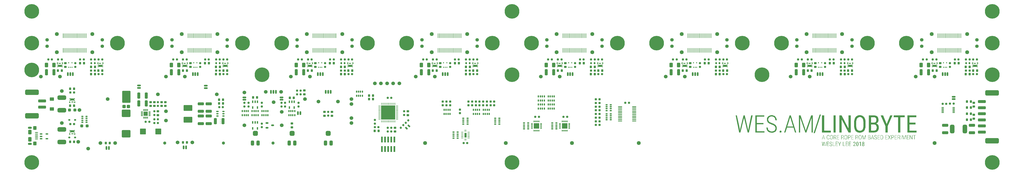
<source format=gts>
G04*
G04 #@! TF.GenerationSoftware,Altium Limited,Altium Designer,18.0.7 (293)*
G04*
G04 Layer_Color=8388736*
%FSLAX25Y25*%
%MOIN*%
G70*
G01*
G75*
G04:AMPARAMS|DCode=25|XSize=9.84mil|YSize=74.8mil|CornerRadius=4.92mil|HoleSize=0mil|Usage=FLASHONLY|Rotation=0.000|XOffset=0mil|YOffset=0mil|HoleType=Round|Shape=RoundedRectangle|*
%AMROUNDEDRECTD25*
21,1,0.00984,0.06496,0,0,0.0*
21,1,0.00000,0.07480,0,0,0.0*
1,1,0.00984,0.00000,-0.03248*
1,1,0.00984,0.00000,-0.03248*
1,1,0.00984,0.00000,0.03248*
1,1,0.00984,0.00000,0.03248*
%
%ADD25ROUNDEDRECTD25*%
G04:AMPARAMS|DCode=26|XSize=39.37mil|YSize=19.68mil|CornerRadius=4.92mil|HoleSize=0mil|Usage=FLASHONLY|Rotation=0.000|XOffset=0mil|YOffset=0mil|HoleType=Round|Shape=RoundedRectangle|*
%AMROUNDEDRECTD26*
21,1,0.03937,0.00984,0,0,0.0*
21,1,0.02953,0.01968,0,0,0.0*
1,1,0.00984,0.01476,-0.00492*
1,1,0.00984,-0.01476,-0.00492*
1,1,0.00984,-0.01476,0.00492*
1,1,0.00984,0.01476,0.00492*
%
%ADD26ROUNDEDRECTD26*%
%ADD27O,0.03937X0.01968*%
G04:AMPARAMS|DCode=28|XSize=39.37mil|YSize=35.43mil|CornerRadius=8.86mil|HoleSize=0mil|Usage=FLASHONLY|Rotation=270.000|XOffset=0mil|YOffset=0mil|HoleType=Round|Shape=RoundedRectangle|*
%AMROUNDEDRECTD28*
21,1,0.03937,0.01772,0,0,270.0*
21,1,0.02165,0.03543,0,0,270.0*
1,1,0.01772,-0.00886,-0.01083*
1,1,0.01772,-0.00886,0.01083*
1,1,0.01772,0.00886,0.01083*
1,1,0.01772,0.00886,-0.01083*
%
%ADD28ROUNDEDRECTD28*%
G04:AMPARAMS|DCode=29|XSize=70.08mil|YSize=137.8mil|CornerRadius=17.52mil|HoleSize=0mil|Usage=FLASHONLY|Rotation=0.000|XOffset=0mil|YOffset=0mil|HoleType=Round|Shape=RoundedRectangle|*
%AMROUNDEDRECTD29*
21,1,0.07008,0.10276,0,0,0.0*
21,1,0.03504,0.13780,0,0,0.0*
1,1,0.03504,0.01752,-0.05138*
1,1,0.03504,-0.01752,-0.05138*
1,1,0.03504,-0.01752,0.05138*
1,1,0.03504,0.01752,0.05138*
%
%ADD29ROUNDEDRECTD29*%
G04:AMPARAMS|DCode=30|XSize=74.8mil|YSize=55.12mil|CornerRadius=13.78mil|HoleSize=0mil|Usage=FLASHONLY|Rotation=270.000|XOffset=0mil|YOffset=0mil|HoleType=Round|Shape=RoundedRectangle|*
%AMROUNDEDRECTD30*
21,1,0.07480,0.02756,0,0,270.0*
21,1,0.04724,0.05512,0,0,270.0*
1,1,0.02756,-0.01378,-0.02362*
1,1,0.02756,-0.01378,0.02362*
1,1,0.02756,0.01378,0.02362*
1,1,0.02756,0.01378,-0.02362*
%
%ADD30ROUNDEDRECTD30*%
G04:AMPARAMS|DCode=31|XSize=62.99mil|YSize=55.12mil|CornerRadius=13.78mil|HoleSize=0mil|Usage=FLASHONLY|Rotation=270.000|XOffset=0mil|YOffset=0mil|HoleType=Round|Shape=RoundedRectangle|*
%AMROUNDEDRECTD31*
21,1,0.06299,0.02756,0,0,270.0*
21,1,0.03543,0.05512,0,0,270.0*
1,1,0.02756,-0.01378,-0.01772*
1,1,0.02756,-0.01378,0.01772*
1,1,0.02756,0.01378,0.01772*
1,1,0.02756,0.01378,-0.01772*
%
%ADD31ROUNDEDRECTD31*%
G04:AMPARAMS|DCode=32|XSize=13.78mil|YSize=53.15mil|CornerRadius=6.89mil|HoleSize=0mil|Usage=FLASHONLY|Rotation=270.000|XOffset=0mil|YOffset=0mil|HoleType=Round|Shape=RoundedRectangle|*
%AMROUNDEDRECTD32*
21,1,0.01378,0.03937,0,0,270.0*
21,1,0.00000,0.05315,0,0,270.0*
1,1,0.01378,-0.01968,0.00000*
1,1,0.01378,-0.01968,0.00000*
1,1,0.01378,0.01968,0.00000*
1,1,0.01378,0.01968,0.00000*
%
%ADD32ROUNDEDRECTD32*%
G04:AMPARAMS|DCode=33|XSize=31.5mil|YSize=31.5mil|CornerRadius=7.87mil|HoleSize=0mil|Usage=FLASHONLY|Rotation=90.000|XOffset=0mil|YOffset=0mil|HoleType=Round|Shape=RoundedRectangle|*
%AMROUNDEDRECTD33*
21,1,0.03150,0.01575,0,0,90.0*
21,1,0.01575,0.03150,0,0,90.0*
1,1,0.01575,0.00787,0.00787*
1,1,0.01575,0.00787,-0.00787*
1,1,0.01575,-0.00787,-0.00787*
1,1,0.01575,-0.00787,0.00787*
%
%ADD33ROUNDEDRECTD33*%
G04:AMPARAMS|DCode=34|XSize=31.5mil|YSize=31.5mil|CornerRadius=7.87mil|HoleSize=0mil|Usage=FLASHONLY|Rotation=0.000|XOffset=0mil|YOffset=0mil|HoleType=Round|Shape=RoundedRectangle|*
%AMROUNDEDRECTD34*
21,1,0.03150,0.01575,0,0,0.0*
21,1,0.01575,0.03150,0,0,0.0*
1,1,0.01575,0.00787,-0.00787*
1,1,0.01575,-0.00787,-0.00787*
1,1,0.01575,-0.00787,0.00787*
1,1,0.01575,0.00787,0.00787*
%
%ADD34ROUNDEDRECTD34*%
G04:AMPARAMS|DCode=35|XSize=31.5mil|YSize=31.5mil|CornerRadius=7.87mil|HoleSize=0mil|Usage=FLASHONLY|Rotation=135.000|XOffset=0mil|YOffset=0mil|HoleType=Round|Shape=RoundedRectangle|*
%AMROUNDEDRECTD35*
21,1,0.03150,0.01575,0,0,135.0*
21,1,0.01575,0.03150,0,0,135.0*
1,1,0.01575,0.00000,0.01114*
1,1,0.01575,0.01114,0.00000*
1,1,0.01575,0.00000,-0.01114*
1,1,0.01575,-0.01114,0.00000*
%
%ADD35ROUNDEDRECTD35*%
G04:AMPARAMS|DCode=36|XSize=39.37mil|YSize=35.43mil|CornerRadius=8.86mil|HoleSize=0mil|Usage=FLASHONLY|Rotation=0.000|XOffset=0mil|YOffset=0mil|HoleType=Round|Shape=RoundedRectangle|*
%AMROUNDEDRECTD36*
21,1,0.03937,0.01772,0,0,0.0*
21,1,0.02165,0.03543,0,0,0.0*
1,1,0.01772,0.01083,-0.00886*
1,1,0.01772,-0.01083,-0.00886*
1,1,0.01772,-0.01083,0.00886*
1,1,0.01772,0.01083,0.00886*
%
%ADD36ROUNDEDRECTD36*%
G04:AMPARAMS|DCode=37|XSize=17.72mil|YSize=35.43mil|CornerRadius=4.43mil|HoleSize=0mil|Usage=FLASHONLY|Rotation=0.000|XOffset=0mil|YOffset=0mil|HoleType=Round|Shape=RoundedRectangle|*
%AMROUNDEDRECTD37*
21,1,0.01772,0.02657,0,0,0.0*
21,1,0.00886,0.03543,0,0,0.0*
1,1,0.00886,0.00443,-0.01329*
1,1,0.00886,-0.00443,-0.01329*
1,1,0.00886,-0.00443,0.01329*
1,1,0.00886,0.00443,0.01329*
%
%ADD37ROUNDEDRECTD37*%
G04:AMPARAMS|DCode=38|XSize=31.5mil|YSize=31.5mil|CornerRadius=4.72mil|HoleSize=0mil|Usage=FLASHONLY|Rotation=270.000|XOffset=0mil|YOffset=0mil|HoleType=Round|Shape=RoundedRectangle|*
%AMROUNDEDRECTD38*
21,1,0.03150,0.02205,0,0,270.0*
21,1,0.02205,0.03150,0,0,270.0*
1,1,0.00945,-0.01102,-0.01102*
1,1,0.00945,-0.01102,0.01102*
1,1,0.00945,0.01102,0.01102*
1,1,0.00945,0.01102,-0.01102*
%
%ADD38ROUNDEDRECTD38*%
G04:AMPARAMS|DCode=39|XSize=31.5mil|YSize=31.5mil|CornerRadius=4.72mil|HoleSize=0mil|Usage=FLASHONLY|Rotation=0.000|XOffset=0mil|YOffset=0mil|HoleType=Round|Shape=RoundedRectangle|*
%AMROUNDEDRECTD39*
21,1,0.03150,0.02205,0,0,0.0*
21,1,0.02205,0.03150,0,0,0.0*
1,1,0.00945,0.01102,-0.01102*
1,1,0.00945,-0.01102,-0.01102*
1,1,0.00945,-0.01102,0.01102*
1,1,0.00945,0.01102,0.01102*
%
%ADD39ROUNDEDRECTD39*%
G04:AMPARAMS|DCode=40|XSize=13.78mil|YSize=19.68mil|CornerRadius=3.45mil|HoleSize=0mil|Usage=FLASHONLY|Rotation=0.000|XOffset=0mil|YOffset=0mil|HoleType=Round|Shape=RoundedRectangle|*
%AMROUNDEDRECTD40*
21,1,0.01378,0.01280,0,0,0.0*
21,1,0.00689,0.01968,0,0,0.0*
1,1,0.00689,0.00345,-0.00640*
1,1,0.00689,-0.00345,-0.00640*
1,1,0.00689,-0.00345,0.00640*
1,1,0.00689,0.00345,0.00640*
%
%ADD40ROUNDEDRECTD40*%
%ADD41R,0.01378X0.01181*%
G04:AMPARAMS|DCode=42|XSize=19.68mil|YSize=21.65mil|CornerRadius=1.97mil|HoleSize=0mil|Usage=FLASHONLY|Rotation=270.000|XOffset=0mil|YOffset=0mil|HoleType=Round|Shape=RoundedRectangle|*
%AMROUNDEDRECTD42*
21,1,0.01968,0.01772,0,0,270.0*
21,1,0.01575,0.02165,0,0,270.0*
1,1,0.00394,-0.00886,-0.00787*
1,1,0.00394,-0.00886,0.00787*
1,1,0.00394,0.00886,0.00787*
1,1,0.00394,0.00886,-0.00787*
%
%ADD42ROUNDEDRECTD42*%
G04:AMPARAMS|DCode=44|XSize=13.19mil|YSize=34.25mil|CornerRadius=1.32mil|HoleSize=0mil|Usage=FLASHONLY|Rotation=270.000|XOffset=0mil|YOffset=0mil|HoleType=Round|Shape=RoundedRectangle|*
%AMROUNDEDRECTD44*
21,1,0.01319,0.03161,0,0,270.0*
21,1,0.01055,0.03425,0,0,270.0*
1,1,0.00264,-0.01581,-0.00528*
1,1,0.00264,-0.01581,0.00528*
1,1,0.00264,0.01581,0.00528*
1,1,0.00264,0.01581,-0.00528*
%
%ADD44ROUNDEDRECTD44*%
G04:AMPARAMS|DCode=45|XSize=23.62mil|YSize=45.28mil|CornerRadius=5.91mil|HoleSize=0mil|Usage=FLASHONLY|Rotation=90.000|XOffset=0mil|YOffset=0mil|HoleType=Round|Shape=RoundedRectangle|*
%AMROUNDEDRECTD45*
21,1,0.02362,0.03347,0,0,90.0*
21,1,0.01181,0.04528,0,0,90.0*
1,1,0.01181,0.01673,0.00591*
1,1,0.01181,0.01673,-0.00591*
1,1,0.01181,-0.01673,-0.00591*
1,1,0.01181,-0.01673,0.00591*
%
%ADD45ROUNDEDRECTD45*%
G04:AMPARAMS|DCode=46|XSize=21.65mil|YSize=43.31mil|CornerRadius=5.41mil|HoleSize=0mil|Usage=FLASHONLY|Rotation=90.000|XOffset=0mil|YOffset=0mil|HoleType=Round|Shape=RoundedRectangle|*
%AMROUNDEDRECTD46*
21,1,0.02165,0.03248,0,0,90.0*
21,1,0.01083,0.04331,0,0,90.0*
1,1,0.01083,0.01624,0.00541*
1,1,0.01083,0.01624,-0.00541*
1,1,0.01083,-0.01624,-0.00541*
1,1,0.01083,-0.01624,0.00541*
%
%ADD46ROUNDEDRECTD46*%
G04:AMPARAMS|DCode=47|XSize=21.65mil|YSize=43.31mil|CornerRadius=5.41mil|HoleSize=0mil|Usage=FLASHONLY|Rotation=0.000|XOffset=0mil|YOffset=0mil|HoleType=Round|Shape=RoundedRectangle|*
%AMROUNDEDRECTD47*
21,1,0.02165,0.03248,0,0,0.0*
21,1,0.01083,0.04331,0,0,0.0*
1,1,0.01083,0.00541,-0.01624*
1,1,0.01083,-0.00541,-0.01624*
1,1,0.01083,-0.00541,0.01624*
1,1,0.01083,0.00541,0.01624*
%
%ADD47ROUNDEDRECTD47*%
G04:AMPARAMS|DCode=48|XSize=11.02mil|YSize=39.37mil|CornerRadius=2.76mil|HoleSize=0mil|Usage=FLASHONLY|Rotation=90.000|XOffset=0mil|YOffset=0mil|HoleType=Round|Shape=RoundedRectangle|*
%AMROUNDEDRECTD48*
21,1,0.01102,0.03386,0,0,90.0*
21,1,0.00551,0.03937,0,0,90.0*
1,1,0.00551,0.01693,0.00276*
1,1,0.00551,0.01693,-0.00276*
1,1,0.00551,-0.01693,-0.00276*
1,1,0.00551,-0.01693,0.00276*
%
%ADD48ROUNDEDRECTD48*%
G04:AMPARAMS|DCode=49|XSize=31.5mil|YSize=23.62mil|CornerRadius=5.91mil|HoleSize=0mil|Usage=FLASHONLY|Rotation=270.000|XOffset=0mil|YOffset=0mil|HoleType=Round|Shape=RoundedRectangle|*
%AMROUNDEDRECTD49*
21,1,0.03150,0.01181,0,0,270.0*
21,1,0.01968,0.02362,0,0,270.0*
1,1,0.01181,-0.00591,-0.00984*
1,1,0.01181,-0.00591,0.00984*
1,1,0.01181,0.00591,0.00984*
1,1,0.01181,0.00591,-0.00984*
%
%ADD49ROUNDEDRECTD49*%
G04:AMPARAMS|DCode=50|XSize=23.62mil|YSize=43.31mil|CornerRadius=2.36mil|HoleSize=0mil|Usage=FLASHONLY|Rotation=225.000|XOffset=0mil|YOffset=0mil|HoleType=Round|Shape=RoundedRectangle|*
%AMROUNDEDRECTD50*
21,1,0.02362,0.03858,0,0,225.0*
21,1,0.01890,0.04331,0,0,225.0*
1,1,0.00472,-0.02032,0.00696*
1,1,0.00472,-0.00696,0.02032*
1,1,0.00472,0.02032,-0.00696*
1,1,0.00472,0.00696,-0.02032*
%
%ADD50ROUNDEDRECTD50*%
%ADD51R,0.02992X0.09449*%
G04:AMPARAMS|DCode=54|XSize=47.24mil|YSize=47.24mil|CornerRadius=11.81mil|HoleSize=0mil|Usage=FLASHONLY|Rotation=270.000|XOffset=0mil|YOffset=0mil|HoleType=Round|Shape=RoundedRectangle|*
%AMROUNDEDRECTD54*
21,1,0.04724,0.02362,0,0,270.0*
21,1,0.02362,0.04724,0,0,270.0*
1,1,0.02362,-0.01181,-0.01181*
1,1,0.02362,-0.01181,0.01181*
1,1,0.02362,0.01181,0.01181*
1,1,0.02362,0.01181,-0.01181*
%
%ADD54ROUNDEDRECTD54*%
G04:AMPARAMS|DCode=55|XSize=94.49mil|YSize=137.8mil|CornerRadius=7.09mil|HoleSize=0mil|Usage=FLASHONLY|Rotation=90.000|XOffset=0mil|YOffset=0mil|HoleType=Round|Shape=RoundedRectangle|*
%AMROUNDEDRECTD55*
21,1,0.09449,0.12362,0,0,90.0*
21,1,0.08032,0.13780,0,0,90.0*
1,1,0.01417,0.06181,0.04016*
1,1,0.01417,0.06181,-0.04016*
1,1,0.01417,-0.06181,-0.04016*
1,1,0.01417,-0.06181,0.04016*
%
%ADD55ROUNDEDRECTD55*%
G04:AMPARAMS|DCode=56|XSize=118.11mil|YSize=137.8mil|CornerRadius=11.81mil|HoleSize=0mil|Usage=FLASHONLY|Rotation=90.000|XOffset=0mil|YOffset=0mil|HoleType=Round|Shape=RoundedRectangle|*
%AMROUNDEDRECTD56*
21,1,0.11811,0.11417,0,0,90.0*
21,1,0.09449,0.13780,0,0,90.0*
1,1,0.02362,0.05709,0.04724*
1,1,0.02362,0.05709,-0.04724*
1,1,0.02362,-0.05709,-0.04724*
1,1,0.02362,-0.05709,0.04724*
%
%ADD56ROUNDEDRECTD56*%
G04:AMPARAMS|DCode=57|XSize=47.24mil|YSize=125.98mil|CornerRadius=11.81mil|HoleSize=0mil|Usage=FLASHONLY|Rotation=90.000|XOffset=0mil|YOffset=0mil|HoleType=Round|Shape=RoundedRectangle|*
%AMROUNDEDRECTD57*
21,1,0.04724,0.10236,0,0,90.0*
21,1,0.02362,0.12598,0,0,90.0*
1,1,0.02362,0.05118,0.01181*
1,1,0.02362,0.05118,-0.01181*
1,1,0.02362,-0.05118,-0.01181*
1,1,0.02362,-0.05118,0.01181*
%
%ADD57ROUNDEDRECTD57*%
G04:AMPARAMS|DCode=58|XSize=86.61mil|YSize=220.47mil|CornerRadius=21.65mil|HoleSize=0mil|Usage=FLASHONLY|Rotation=90.000|XOffset=0mil|YOffset=0mil|HoleType=Round|Shape=RoundedRectangle|*
%AMROUNDEDRECTD58*
21,1,0.08661,0.17717,0,0,90.0*
21,1,0.04331,0.22047,0,0,90.0*
1,1,0.04331,0.08858,0.02165*
1,1,0.04331,0.08858,-0.02165*
1,1,0.04331,-0.08858,-0.02165*
1,1,0.04331,-0.08858,0.02165*
%
%ADD58ROUNDEDRECTD58*%
G04:AMPARAMS|DCode=59|XSize=93.31mil|YSize=95.67mil|CornerRadius=9.33mil|HoleSize=0mil|Usage=FLASHONLY|Rotation=0.000|XOffset=0mil|YOffset=0mil|HoleType=Round|Shape=RoundedRectangle|*
%AMROUNDEDRECTD59*
21,1,0.09331,0.07701,0,0,0.0*
21,1,0.07465,0.09567,0,0,0.0*
1,1,0.01866,0.03732,-0.03850*
1,1,0.01866,-0.03732,-0.03850*
1,1,0.01866,-0.03732,0.03850*
1,1,0.01866,0.03732,0.03850*
%
%ADD59ROUNDEDRECTD59*%
G04:AMPARAMS|DCode=60|XSize=51.18mil|YSize=78.74mil|CornerRadius=12.8mil|HoleSize=0mil|Usage=FLASHONLY|Rotation=0.000|XOffset=0mil|YOffset=0mil|HoleType=Round|Shape=RoundedRectangle|*
%AMROUNDEDRECTD60*
21,1,0.05118,0.05315,0,0,0.0*
21,1,0.02559,0.07874,0,0,0.0*
1,1,0.02559,0.01280,-0.02657*
1,1,0.02559,-0.01280,-0.02657*
1,1,0.02559,-0.01280,0.02657*
1,1,0.02559,0.01280,0.02657*
%
%ADD60ROUNDEDRECTD60*%
G04:AMPARAMS|DCode=61|XSize=78.74mil|YSize=78.74mil|CornerRadius=19.68mil|HoleSize=0mil|Usage=FLASHONLY|Rotation=0.000|XOffset=0mil|YOffset=0mil|HoleType=Round|Shape=RoundedRectangle|*
%AMROUNDEDRECTD61*
21,1,0.07874,0.03937,0,0,0.0*
21,1,0.03937,0.07874,0,0,0.0*
1,1,0.03937,0.01968,-0.01968*
1,1,0.03937,-0.01968,-0.01968*
1,1,0.03937,-0.01968,0.01968*
1,1,0.03937,0.01968,0.01968*
%
%ADD61ROUNDEDRECTD61*%
G04:AMPARAMS|DCode=62|XSize=55.12mil|YSize=64.57mil|CornerRadius=5.51mil|HoleSize=0mil|Usage=FLASHONLY|Rotation=90.000|XOffset=0mil|YOffset=0mil|HoleType=Round|Shape=RoundedRectangle|*
%AMROUNDEDRECTD62*
21,1,0.05512,0.05354,0,0,90.0*
21,1,0.04409,0.06457,0,0,90.0*
1,1,0.01102,0.02677,0.02205*
1,1,0.01102,0.02677,-0.02205*
1,1,0.01102,-0.02677,-0.02205*
1,1,0.01102,-0.02677,0.02205*
%
%ADD62ROUNDEDRECTD62*%
%ADD63O,0.06693X0.01378*%
G04:AMPARAMS|DCode=64|XSize=54.72mil|YSize=55.12mil|CornerRadius=13.68mil|HoleSize=0mil|Usage=FLASHONLY|Rotation=90.000|XOffset=0mil|YOffset=0mil|HoleType=Round|Shape=RoundedRectangle|*
%AMROUNDEDRECTD64*
21,1,0.05472,0.02776,0,0,90.0*
21,1,0.02736,0.05512,0,0,90.0*
1,1,0.02736,0.01388,0.01368*
1,1,0.02736,0.01388,-0.01368*
1,1,0.02736,-0.01388,-0.01368*
1,1,0.02736,-0.01388,0.01368*
%
%ADD64ROUNDEDRECTD64*%
G04:AMPARAMS|DCode=67|XSize=23.62mil|YSize=31.5mil|CornerRadius=5.91mil|HoleSize=0mil|Usage=FLASHONLY|Rotation=270.000|XOffset=0mil|YOffset=0mil|HoleType=Round|Shape=RoundedRectangle|*
%AMROUNDEDRECTD67*
21,1,0.02362,0.01968,0,0,270.0*
21,1,0.01181,0.03150,0,0,270.0*
1,1,0.01181,-0.00984,-0.00591*
1,1,0.01181,-0.00984,0.00591*
1,1,0.01181,0.00984,0.00591*
1,1,0.01181,0.00984,-0.00591*
%
%ADD67ROUNDEDRECTD67*%
%ADD68O,0.03347X0.00787*%
%ADD69O,0.00787X0.03347*%
G04:AMPARAMS|DCode=70|XSize=98.43mil|YSize=47.24mil|CornerRadius=11.81mil|HoleSize=0mil|Usage=FLASHONLY|Rotation=180.000|XOffset=0mil|YOffset=0mil|HoleType=Round|Shape=RoundedRectangle|*
%AMROUNDEDRECTD70*
21,1,0.09843,0.02362,0,0,180.0*
21,1,0.07480,0.04724,0,0,180.0*
1,1,0.02362,-0.03740,0.01181*
1,1,0.02362,0.03740,0.01181*
1,1,0.02362,0.03740,-0.01181*
1,1,0.02362,-0.03740,-0.01181*
%
%ADD70ROUNDEDRECTD70*%
G04:AMPARAMS|DCode=71|XSize=98.43mil|YSize=47.24mil|CornerRadius=11.81mil|HoleSize=0mil|Usage=FLASHONLY|Rotation=90.000|XOffset=0mil|YOffset=0mil|HoleType=Round|Shape=RoundedRectangle|*
%AMROUNDEDRECTD71*
21,1,0.09843,0.02362,0,0,90.0*
21,1,0.07480,0.04724,0,0,90.0*
1,1,0.02362,0.01181,0.03740*
1,1,0.02362,0.01181,-0.03740*
1,1,0.02362,-0.01181,-0.03740*
1,1,0.02362,-0.01181,0.03740*
%
%ADD71ROUNDEDRECTD71*%
G04:AMPARAMS|DCode=72|XSize=17.72mil|YSize=35.43mil|CornerRadius=4.43mil|HoleSize=0mil|Usage=FLASHONLY|Rotation=270.000|XOffset=0mil|YOffset=0mil|HoleType=Round|Shape=RoundedRectangle|*
%AMROUNDEDRECTD72*
21,1,0.01772,0.02657,0,0,270.0*
21,1,0.00886,0.03543,0,0,270.0*
1,1,0.00886,-0.01329,-0.00443*
1,1,0.00886,-0.01329,0.00443*
1,1,0.00886,0.01329,0.00443*
1,1,0.00886,0.01329,-0.00443*
%
%ADD72ROUNDEDRECTD72*%
G04:AMPARAMS|DCode=75|XSize=70.08mil|YSize=137.8mil|CornerRadius=17.52mil|HoleSize=0mil|Usage=FLASHONLY|Rotation=90.000|XOffset=0mil|YOffset=0mil|HoleType=Round|Shape=RoundedRectangle|*
%AMROUNDEDRECTD75*
21,1,0.07008,0.10276,0,0,90.0*
21,1,0.03504,0.13780,0,0,90.0*
1,1,0.03504,0.05138,0.01752*
1,1,0.03504,0.05138,-0.01752*
1,1,0.03504,-0.05138,-0.01752*
1,1,0.03504,-0.05138,0.01752*
%
%ADD75ROUNDEDRECTD75*%
%ADD76R,0.05906X0.03740*%
G04:AMPARAMS|DCode=77|XSize=27.56mil|YSize=59.06mil|CornerRadius=6.89mil|HoleSize=0mil|Usage=FLASHONLY|Rotation=180.000|XOffset=0mil|YOffset=0mil|HoleType=Round|Shape=RoundedRectangle|*
%AMROUNDEDRECTD77*
21,1,0.02756,0.04528,0,0,180.0*
21,1,0.01378,0.05906,0,0,180.0*
1,1,0.01378,-0.00689,0.02264*
1,1,0.01378,0.00689,0.02264*
1,1,0.01378,0.00689,-0.02264*
1,1,0.01378,-0.00689,-0.02264*
%
%ADD77ROUNDEDRECTD77*%
%ADD78O,0.01102X0.03347*%
%ADD79O,0.03347X0.01102*%
%ADD80R,0.06693X0.06693*%
G04:AMPARAMS|DCode=81|XSize=27.56mil|YSize=59.06mil|CornerRadius=6.89mil|HoleSize=0mil|Usage=FLASHONLY|Rotation=270.000|XOffset=0mil|YOffset=0mil|HoleType=Round|Shape=RoundedRectangle|*
%AMROUNDEDRECTD81*
21,1,0.02756,0.04528,0,0,270.0*
21,1,0.01378,0.05906,0,0,270.0*
1,1,0.01378,-0.02264,-0.00689*
1,1,0.01378,-0.02264,0.00689*
1,1,0.01378,0.02264,0.00689*
1,1,0.01378,0.02264,-0.00689*
%
%ADD81ROUNDEDRECTD81*%
G04:AMPARAMS|DCode=82|XSize=132.28mil|YSize=191.34mil|CornerRadius=6.61mil|HoleSize=0mil|Usage=FLASHONLY|Rotation=0.000|XOffset=0mil|YOffset=0mil|HoleType=Round|Shape=RoundedRectangle|*
%AMROUNDEDRECTD82*
21,1,0.13228,0.17811,0,0,0.0*
21,1,0.11906,0.19134,0,0,0.0*
1,1,0.01323,0.05953,-0.08906*
1,1,0.01323,-0.05953,-0.08906*
1,1,0.01323,-0.05953,0.08906*
1,1,0.01323,0.05953,0.08906*
%
%ADD82ROUNDEDRECTD82*%
G04:AMPARAMS|DCode=83|XSize=9.45mil|YSize=35.43mil|CornerRadius=0.94mil|HoleSize=0mil|Usage=FLASHONLY|Rotation=0.000|XOffset=0mil|YOffset=0mil|HoleType=Round|Shape=RoundedRectangle|*
%AMROUNDEDRECTD83*
21,1,0.00945,0.03354,0,0,0.0*
21,1,0.00756,0.03543,0,0,0.0*
1,1,0.00189,0.00378,-0.01677*
1,1,0.00189,-0.00378,-0.01677*
1,1,0.00189,-0.00378,0.01677*
1,1,0.00189,0.00378,0.01677*
%
%ADD83ROUNDEDRECTD83*%
G04:AMPARAMS|DCode=84|XSize=9.45mil|YSize=35.43mil|CornerRadius=0.94mil|HoleSize=0mil|Usage=FLASHONLY|Rotation=270.000|XOffset=0mil|YOffset=0mil|HoleType=Round|Shape=RoundedRectangle|*
%AMROUNDEDRECTD84*
21,1,0.00945,0.03354,0,0,270.0*
21,1,0.00756,0.03543,0,0,270.0*
1,1,0.00189,-0.01677,-0.00378*
1,1,0.00189,-0.01677,0.00378*
1,1,0.00189,0.01677,0.00378*
1,1,0.00189,0.01677,-0.00378*
%
%ADD84ROUNDEDRECTD84*%
G04:AMPARAMS|DCode=85|XSize=35.43mil|YSize=74.8mil|CornerRadius=3.54mil|HoleSize=0mil|Usage=FLASHONLY|Rotation=0.000|XOffset=0mil|YOffset=0mil|HoleType=Round|Shape=RoundedRectangle|*
%AMROUNDEDRECTD85*
21,1,0.03543,0.06772,0,0,0.0*
21,1,0.02835,0.07480,0,0,0.0*
1,1,0.00709,0.01417,-0.03386*
1,1,0.00709,-0.01417,-0.03386*
1,1,0.00709,-0.01417,0.03386*
1,1,0.00709,0.01417,0.03386*
%
%ADD85ROUNDEDRECTD85*%
%ADD86R,0.22835X0.22835*%
%ADD87O,0.01102X0.03150*%
%ADD88O,0.03150X0.01102*%
%ADD89R,0.09055X0.09055*%
%ADD90C,0.06299*%
%ADD91C,0.05512*%
%ADD92C,0.05906*%
%ADD93O,0.06299X0.03543*%
%ADD94C,0.23622*%
%ADD95C,0.01181*%
%ADD96C,0.05118*%
G36*
X1274139Y63189D02*
X1272244D01*
X1281910Y93133D01*
X1283805D01*
X1274139Y63189D01*
D02*
G37*
G36*
X1390996Y74637D02*
Y64355D01*
X1387537D01*
Y74637D01*
X1379719Y91931D01*
X1383652D01*
X1389290Y78048D01*
X1394928Y91931D01*
X1398861D01*
X1390996Y74637D01*
D02*
G37*
G36*
X1331629Y64355D02*
X1328123D01*
X1317083Y85582D01*
Y64355D01*
X1313577Y64355D01*
Y91931D01*
X1317083Y91931D01*
X1328170Y70562D01*
Y91931D01*
X1331629D01*
Y64355D01*
D02*
G37*
G36*
X1437239Y88946D02*
X1426057Y88946D01*
Y80086D01*
X1435817Y80086D01*
Y77101D01*
X1426057Y77101D01*
Y67340D01*
X1437428Y67340D01*
Y64355D01*
X1422598Y64355D01*
Y91931D01*
X1437239Y91931D01*
Y88946D01*
D02*
G37*
G36*
X1418571Y88946D02*
X1411274D01*
Y64355D01*
X1407816D01*
Y88946D01*
X1400614D01*
Y91931D01*
X1418571D01*
Y88946D01*
D02*
G37*
G36*
X1369390Y91883D02*
X1369722D01*
X1370054Y91836D01*
X1370907Y91694D01*
X1371807Y91504D01*
X1372754Y91172D01*
X1373655Y90699D01*
X1374460Y90083D01*
X1374555Y89988D01*
X1374744Y89751D01*
X1375076Y89325D01*
X1375408Y88709D01*
X1375739Y87903D01*
X1376071Y86956D01*
X1376260Y85819D01*
X1376355Y84539D01*
Y84445D01*
Y84208D01*
X1376308Y83876D01*
X1376213Y83402D01*
X1376118Y82881D01*
X1375929Y82313D01*
X1375692Y81696D01*
X1375360Y81128D01*
X1375313Y81081D01*
X1375171Y80891D01*
X1374981Y80607D01*
X1374697Y80275D01*
X1374318Y79944D01*
X1373892Y79564D01*
X1373370Y79185D01*
X1372802Y78854D01*
X1372897Y78806D01*
X1373133Y78759D01*
X1373465Y78569D01*
X1373892Y78333D01*
X1374365Y78048D01*
X1374839Y77622D01*
X1375360Y77148D01*
X1375787Y76532D01*
X1375834Y76437D01*
X1375976Y76200D01*
X1376118Y75869D01*
X1376355Y75348D01*
X1376545Y74732D01*
X1376687Y73974D01*
X1376829Y73168D01*
X1376877Y72268D01*
Y72220D01*
Y72126D01*
Y71936D01*
X1376829Y71652D01*
Y71368D01*
X1376782Y70989D01*
X1376640Y70136D01*
X1376403Y69236D01*
X1376024Y68241D01*
X1375502Y67293D01*
X1375218Y66867D01*
X1374839Y66440D01*
X1374744Y66345D01*
X1374460Y66109D01*
X1373986Y65777D01*
X1373370Y65398D01*
X1372517Y65019D01*
X1371523Y64687D01*
X1370385Y64450D01*
X1369722Y64403D01*
X1369059Y64355D01*
X1360909D01*
Y91931D01*
X1369153D01*
X1369390Y91883D01*
D02*
G37*
G36*
X1307512Y64355D02*
X1304006D01*
Y91931D01*
X1307512D01*
Y64355D01*
D02*
G37*
G36*
X1288939Y67340D02*
X1299742D01*
Y64355D01*
X1285433D01*
Y91931D01*
X1288939D01*
Y67340D01*
D02*
G37*
G36*
X1346980Y92262D02*
X1347359Y92215D01*
X1347785Y92168D01*
X1348733Y91931D01*
X1349823Y91552D01*
X1350391Y91315D01*
X1350960Y91030D01*
X1351528Y90699D01*
X1352049Y90272D01*
X1352571Y89798D01*
X1353044Y89277D01*
X1353092Y89230D01*
X1353139Y89135D01*
X1353281Y88946D01*
X1353423Y88709D01*
X1353613Y88424D01*
X1353850Y88045D01*
X1354039Y87619D01*
X1354276Y87098D01*
X1354513Y86529D01*
X1354750Y85866D01*
X1354939Y85155D01*
X1355129Y84397D01*
X1355319Y83592D01*
X1355413Y82692D01*
X1355508Y81744D01*
X1355556Y80702D01*
Y75679D01*
Y75632D01*
Y75442D01*
Y75158D01*
X1355508Y74732D01*
X1355461Y74258D01*
X1355413Y73737D01*
X1355366Y73121D01*
X1355271Y72505D01*
X1354987Y71083D01*
X1354560Y69662D01*
X1354276Y68951D01*
X1353945Y68241D01*
X1353566Y67625D01*
X1353139Y67009D01*
X1353092Y66961D01*
X1353044Y66867D01*
X1352902Y66724D01*
X1352713Y66535D01*
X1352428Y66298D01*
X1352144Y66061D01*
X1351765Y65777D01*
X1351386Y65493D01*
X1350912Y65208D01*
X1350391Y64924D01*
X1349870Y64687D01*
X1349254Y64450D01*
X1348591Y64261D01*
X1347880Y64118D01*
X1347122Y64024D01*
X1346316Y63976D01*
X1345890D01*
X1345606Y64024D01*
X1345274Y64071D01*
X1344848Y64118D01*
X1343900Y64355D01*
X1342810Y64687D01*
X1342242Y64924D01*
X1341673Y65208D01*
X1341105Y65540D01*
X1340583Y65966D01*
X1340062Y66393D01*
X1339588Y66914D01*
X1339541Y66961D01*
X1339494Y67056D01*
X1339351Y67246D01*
X1339209Y67483D01*
X1339020Y67767D01*
X1338783Y68146D01*
X1338593Y68572D01*
X1338356Y69093D01*
X1338120Y69662D01*
X1337883Y70278D01*
X1337646Y70941D01*
X1337456Y71699D01*
X1337314Y72505D01*
X1337172Y73405D01*
X1337077Y74305D01*
X1337030Y75300D01*
Y80465D01*
Y80512D01*
Y80702D01*
Y80986D01*
X1337077Y81365D01*
X1337125Y81839D01*
X1337172Y82407D01*
X1337219Y82976D01*
X1337314Y83639D01*
X1337599Y85013D01*
X1338072Y86482D01*
X1338309Y87193D01*
X1338641Y87856D01*
X1339020Y88519D01*
X1339446Y89135D01*
X1339494Y89183D01*
X1339541Y89277D01*
X1339683Y89419D01*
X1339920Y89656D01*
X1340157Y89893D01*
X1340441Y90130D01*
X1340820Y90414D01*
X1341247Y90746D01*
X1341673Y91030D01*
X1342194Y91315D01*
X1342763Y91552D01*
X1343379Y91836D01*
X1344042Y92025D01*
X1344705Y92168D01*
X1345463Y92262D01*
X1346269Y92310D01*
X1346695D01*
X1346980Y92262D01*
D02*
G37*
G36*
X1347616Y42416D02*
X1346789D01*
Y48153D01*
X1345354Y47523D01*
Y48304D01*
X1347488Y49237D01*
X1347616D01*
Y42416D01*
D02*
G37*
G36*
X1337670Y49284D02*
X1337740D01*
X1337822Y49272D01*
X1338009Y49237D01*
X1338207Y49179D01*
X1338417Y49086D01*
X1338626Y48957D01*
X1338720Y48887D01*
X1338813Y48794D01*
X1338836Y48771D01*
X1338883Y48701D01*
X1338965Y48596D01*
X1339046Y48444D01*
X1339128Y48258D01*
X1339209Y48025D01*
X1339256Y47768D01*
X1339279Y47477D01*
Y47465D01*
Y47430D01*
X1339268Y47372D01*
Y47302D01*
X1339244Y47197D01*
X1339221Y47080D01*
X1339186Y46952D01*
X1339151Y46800D01*
X1339093Y46625D01*
X1339023Y46450D01*
X1338941Y46252D01*
X1338836Y46042D01*
X1338720Y45821D01*
X1338580Y45588D01*
X1338417Y45343D01*
X1338230Y45086D01*
X1336726Y43116D01*
X1339536D01*
Y42416D01*
X1335735D01*
Y43022D01*
X1337670Y45588D01*
Y45599D01*
X1337694Y45611D01*
X1337740Y45693D01*
X1337822Y45798D01*
X1337915Y45937D01*
X1338009Y46089D01*
X1338113Y46252D01*
X1338207Y46404D01*
X1338277Y46555D01*
X1338288Y46579D01*
X1338300Y46625D01*
X1338335Y46695D01*
X1338370Y46800D01*
X1338393Y46929D01*
X1338428Y47057D01*
X1338440Y47208D01*
X1338452Y47372D01*
Y47383D01*
Y47395D01*
Y47465D01*
X1338440Y47558D01*
X1338417Y47686D01*
X1338393Y47826D01*
X1338347Y47966D01*
X1338277Y48106D01*
X1338195Y48246D01*
X1338183Y48258D01*
X1338148Y48304D01*
X1338102Y48351D01*
X1338020Y48421D01*
X1337927Y48479D01*
X1337822Y48538D01*
X1337682Y48573D01*
X1337542Y48584D01*
X1337461D01*
X1337367Y48561D01*
X1337251Y48538D01*
X1337111Y48491D01*
X1336983Y48433D01*
X1336854Y48339D01*
X1336738Y48223D01*
X1336726Y48211D01*
X1336691Y48153D01*
X1336644Y48071D01*
X1336598Y47955D01*
X1336551Y47815D01*
X1336504Y47640D01*
X1336469Y47430D01*
X1336458Y47197D01*
X1335630D01*
Y47208D01*
Y47243D01*
Y47290D01*
X1335642Y47348D01*
Y47430D01*
X1335653Y47523D01*
X1335700Y47733D01*
X1335758Y47978D01*
X1335851Y48234D01*
X1335980Y48479D01*
X1336050Y48596D01*
X1336143Y48713D01*
X1336155Y48724D01*
X1336166Y48736D01*
X1336236Y48806D01*
X1336353Y48899D01*
X1336516Y49004D01*
X1336714Y49109D01*
X1336948Y49202D01*
X1337227Y49272D01*
X1337379Y49284D01*
X1337542Y49295D01*
X1337624D01*
X1337670Y49284D01*
D02*
G37*
G36*
X1351802D02*
X1351942Y49272D01*
X1352117Y49237D01*
X1352304Y49179D01*
X1352514Y49086D01*
X1352712Y48957D01*
X1352805Y48887D01*
X1352898Y48794D01*
X1352922Y48771D01*
X1352968Y48701D01*
X1353050Y48596D01*
X1353132Y48433D01*
X1353213Y48246D01*
X1353295Y48013D01*
X1353341Y47733D01*
X1353365Y47430D01*
Y47407D01*
Y47348D01*
X1353353Y47243D01*
X1353341Y47127D01*
X1353306Y46987D01*
X1353271Y46835D01*
X1353213Y46672D01*
X1353132Y46520D01*
X1353120Y46509D01*
X1353097Y46450D01*
X1353038Y46380D01*
X1352968Y46299D01*
X1352887Y46194D01*
X1352782Y46089D01*
X1352665Y45996D01*
X1352525Y45902D01*
X1352549Y45891D01*
X1352595Y45856D01*
X1352689Y45809D01*
X1352782Y45728D01*
X1352898Y45634D01*
X1353015Y45518D01*
X1353132Y45378D01*
X1353236Y45226D01*
X1353248Y45203D01*
X1353271Y45156D01*
X1353318Y45063D01*
X1353365Y44946D01*
X1353411Y44795D01*
X1353458Y44631D01*
X1353481Y44445D01*
X1353493Y44247D01*
Y44235D01*
Y44212D01*
Y44165D01*
X1353481Y44095D01*
Y44025D01*
X1353470Y43944D01*
X1353435Y43734D01*
X1353376Y43512D01*
X1353283Y43279D01*
X1353155Y43046D01*
X1353085Y42941D01*
X1352992Y42836D01*
X1352968Y42812D01*
X1352898Y42754D01*
X1352793Y42673D01*
X1352642Y42579D01*
X1352455Y42486D01*
X1352234Y42404D01*
X1351966Y42346D01*
X1351826Y42334D01*
X1351674Y42323D01*
X1351593D01*
X1351534Y42334D01*
X1351464D01*
X1351394Y42346D01*
X1351208Y42393D01*
X1350998Y42451D01*
X1350776Y42544D01*
X1350555Y42673D01*
X1350450Y42743D01*
X1350356Y42836D01*
Y42847D01*
X1350333Y42859D01*
X1350310Y42894D01*
X1350275Y42929D01*
X1350205Y43046D01*
X1350112Y43209D01*
X1350018Y43407D01*
X1349948Y43652D01*
X1349890Y43932D01*
X1349867Y44247D01*
Y44258D01*
Y44270D01*
Y44340D01*
X1349878Y44445D01*
X1349902Y44585D01*
X1349925Y44736D01*
X1349972Y44900D01*
X1350030Y45075D01*
X1350112Y45238D01*
X1350123Y45261D01*
X1350158Y45308D01*
X1350217Y45389D01*
X1350298Y45483D01*
X1350391Y45599D01*
X1350520Y45704D01*
X1350660Y45809D01*
X1350811Y45902D01*
X1350800Y45914D01*
X1350753Y45949D01*
X1350683Y45996D01*
X1350590Y46066D01*
X1350496Y46159D01*
X1350391Y46264D01*
X1350298Y46380D01*
X1350205Y46520D01*
X1350193Y46544D01*
X1350170Y46590D01*
X1350135Y46672D01*
X1350100Y46789D01*
X1350065Y46917D01*
X1350030Y47069D01*
X1350007Y47243D01*
X1349995Y47430D01*
Y47442D01*
Y47465D01*
Y47512D01*
X1350007Y47570D01*
Y47640D01*
X1350018Y47721D01*
X1350053Y47920D01*
X1350112Y48129D01*
X1350182Y48363D01*
X1350298Y48584D01*
X1350450Y48783D01*
Y48794D01*
X1350473Y48806D01*
X1350531Y48864D01*
X1350636Y48946D01*
X1350776Y49039D01*
X1350951Y49132D01*
X1351161Y49214D01*
X1351406Y49272D01*
X1351534Y49295D01*
X1351744D01*
X1351802Y49284D01*
D02*
G37*
G36*
X1342404D02*
X1342474Y49272D01*
X1342568Y49261D01*
X1342766Y49214D01*
X1342987Y49121D01*
X1343104Y49074D01*
X1343209Y49004D01*
X1343326Y48922D01*
X1343419Y48829D01*
X1343524Y48724D01*
X1343605Y48596D01*
Y48584D01*
X1343629Y48561D01*
X1343652Y48526D01*
X1343675Y48468D01*
X1343710Y48386D01*
X1343745Y48304D01*
X1343792Y48199D01*
X1343827Y48071D01*
X1343874Y47931D01*
X1343909Y47780D01*
X1343955Y47605D01*
X1343990Y47418D01*
X1344025Y47208D01*
X1344048Y46987D01*
X1344060Y46754D01*
X1344072Y46497D01*
Y45308D01*
Y45296D01*
Y45238D01*
Y45168D01*
X1344060Y45063D01*
Y44935D01*
X1344048Y44795D01*
X1344037Y44631D01*
X1344014Y44468D01*
X1343967Y44095D01*
X1343885Y43722D01*
X1343780Y43372D01*
X1343710Y43209D01*
X1343629Y43057D01*
Y43046D01*
X1343605Y43022D01*
X1343582Y42987D01*
X1343547Y42941D01*
X1343442Y42824D01*
X1343302Y42696D01*
X1343104Y42556D01*
X1342871Y42439D01*
X1342743Y42393D01*
X1342591Y42358D01*
X1342439Y42334D01*
X1342264Y42323D01*
X1342183D01*
X1342113Y42334D01*
X1342043Y42346D01*
X1341950Y42358D01*
X1341751Y42416D01*
X1341530Y42498D01*
X1341413Y42556D01*
X1341308Y42626D01*
X1341192Y42708D01*
X1341087Y42801D01*
X1340993Y42906D01*
X1340900Y43034D01*
Y43046D01*
X1340877Y43069D01*
X1340865Y43104D01*
X1340830Y43162D01*
X1340795Y43244D01*
X1340760Y43337D01*
X1340714Y43442D01*
X1340679Y43570D01*
X1340632Y43710D01*
X1340597Y43874D01*
X1340550Y44049D01*
X1340516Y44235D01*
X1340481Y44445D01*
X1340457Y44678D01*
X1340446Y44923D01*
X1340434Y45180D01*
Y46334D01*
Y46345D01*
Y46404D01*
Y46474D01*
X1340446Y46579D01*
Y46707D01*
X1340457Y46847D01*
X1340469Y46999D01*
X1340492Y47173D01*
X1340539Y47535D01*
X1340620Y47908D01*
X1340725Y48258D01*
X1340795Y48421D01*
X1340877Y48561D01*
Y48573D01*
X1340900Y48596D01*
X1340924Y48631D01*
X1340958Y48678D01*
X1341063Y48794D01*
X1341215Y48934D01*
X1341413Y49062D01*
X1341646Y49179D01*
X1341775Y49226D01*
X1341926Y49261D01*
X1342090Y49284D01*
X1342253Y49295D01*
X1342346D01*
X1342404Y49284D01*
D02*
G37*
G36*
X1371880Y60111D02*
X1371962D01*
X1372044Y60087D01*
X1372242Y60052D01*
X1372463Y59982D01*
X1372696Y59877D01*
X1372813Y59819D01*
X1372930Y59737D01*
X1373046Y59656D01*
X1373151Y59551D01*
X1373163Y59539D01*
X1373175Y59528D01*
X1373198Y59493D01*
X1373244Y59446D01*
X1373279Y59388D01*
X1373326Y59318D01*
X1373431Y59154D01*
X1373536Y58945D01*
X1373629Y58688D01*
X1373688Y58408D01*
X1373699Y58245D01*
X1373711Y58082D01*
X1373175D01*
Y58094D01*
Y58117D01*
Y58152D01*
Y58198D01*
X1373151Y58327D01*
X1373128Y58478D01*
X1373081Y58653D01*
X1373011Y58840D01*
X1372918Y59026D01*
X1372790Y59189D01*
X1372778Y59213D01*
X1372720Y59259D01*
X1372638Y59329D01*
X1372510Y59411D01*
X1372370Y59481D01*
X1372184Y59551D01*
X1371974Y59598D01*
X1371740Y59621D01*
X1371635D01*
X1371519Y59598D01*
X1371379Y59574D01*
X1371216Y59539D01*
X1371041Y59469D01*
X1370877Y59388D01*
X1370726Y59271D01*
X1370714Y59259D01*
X1370668Y59213D01*
X1370609Y59131D01*
X1370539Y59026D01*
X1370469Y58898D01*
X1370411Y58746D01*
X1370364Y58571D01*
X1370353Y58373D01*
Y58350D01*
X1370364Y58292D01*
X1370376Y58198D01*
X1370399Y58082D01*
X1370434Y57942D01*
X1370504Y57802D01*
X1370586Y57662D01*
X1370703Y57534D01*
X1370714Y57522D01*
X1370773Y57476D01*
X1370854Y57417D01*
X1370971Y57336D01*
X1371122Y57254D01*
X1371321Y57149D01*
X1371542Y57044D01*
X1371810Y56951D01*
X1371822D01*
X1371845Y56939D01*
X1371880Y56928D01*
X1371939Y56904D01*
X1372079Y56858D01*
X1372242Y56788D01*
X1372428Y56706D01*
X1372626Y56613D01*
X1372801Y56519D01*
X1372965Y56414D01*
X1372988Y56403D01*
X1373035Y56368D01*
X1373105Y56309D01*
X1373186Y56239D01*
X1373279Y56135D01*
X1373373Y56030D01*
X1373466Y55913D01*
X1373548Y55773D01*
X1373559Y55761D01*
X1373583Y55715D01*
X1373606Y55633D01*
X1373641Y55528D01*
X1373676Y55400D01*
X1373711Y55260D01*
X1373723Y55097D01*
X1373734Y54910D01*
Y54899D01*
Y54875D01*
Y54829D01*
X1373723Y54782D01*
Y54712D01*
X1373711Y54630D01*
X1373664Y54456D01*
X1373606Y54246D01*
X1373513Y54036D01*
X1373373Y53826D01*
X1373291Y53721D01*
X1373198Y53628D01*
X1373186D01*
X1373175Y53604D01*
X1373140Y53581D01*
X1373105Y53558D01*
X1372976Y53476D01*
X1372825Y53395D01*
X1372615Y53301D01*
X1372370Y53220D01*
X1372090Y53173D01*
X1371775Y53150D01*
X1371670D01*
X1371566Y53161D01*
X1371414Y53185D01*
X1371251Y53208D01*
X1371064Y53243D01*
X1370877Y53301D01*
X1370691Y53383D01*
X1370668Y53395D01*
X1370609Y53430D01*
X1370516Y53488D01*
X1370411Y53558D01*
X1370283Y53663D01*
X1370155Y53779D01*
X1370038Y53919D01*
X1369921Y54082D01*
X1369910Y54106D01*
X1369875Y54164D01*
X1369828Y54269D01*
X1369781Y54397D01*
X1369735Y54561D01*
X1369688Y54747D01*
X1369653Y54945D01*
X1369642Y55178D01*
X1370178D01*
Y55167D01*
Y55143D01*
Y55108D01*
X1370190Y55062D01*
X1370201Y54934D01*
X1370236Y54770D01*
X1370283Y54584D01*
X1370364Y54397D01*
X1370469Y54211D01*
X1370609Y54047D01*
X1370633Y54036D01*
X1370691Y53989D01*
X1370784Y53919D01*
X1370912Y53849D01*
X1371087Y53768D01*
X1371286Y53709D01*
X1371519Y53663D01*
X1371775Y53639D01*
X1371880D01*
X1371997Y53663D01*
X1372149Y53686D01*
X1372312Y53721D01*
X1372475Y53779D01*
X1372650Y53861D01*
X1372801Y53978D01*
X1372813Y53989D01*
X1372860Y54036D01*
X1372930Y54117D01*
X1373000Y54222D01*
X1373070Y54362D01*
X1373140Y54514D01*
X1373186Y54700D01*
X1373198Y54899D01*
Y54910D01*
Y54922D01*
Y54992D01*
X1373186Y55097D01*
X1373163Y55225D01*
X1373116Y55365D01*
X1373058Y55517D01*
X1372976Y55668D01*
X1372871Y55796D01*
X1372860Y55808D01*
X1372813Y55855D01*
X1372720Y55913D01*
X1372603Y55995D01*
X1372440Y56100D01*
X1372347Y56146D01*
X1372230Y56204D01*
X1372114Y56251D01*
X1371974Y56309D01*
X1371834Y56368D01*
X1371670Y56426D01*
X1371659D01*
X1371635Y56438D01*
X1371589Y56461D01*
X1371531Y56484D01*
X1371449Y56508D01*
X1371367Y56543D01*
X1371181Y56624D01*
X1370959Y56718D01*
X1370749Y56834D01*
X1370539Y56962D01*
X1370364Y57091D01*
Y57102D01*
X1370341Y57114D01*
X1370283Y57184D01*
X1370190Y57289D01*
X1370096Y57429D01*
X1369991Y57615D01*
X1369898Y57825D01*
X1369840Y58082D01*
X1369828Y58222D01*
X1369816Y58362D01*
Y58373D01*
Y58397D01*
Y58432D01*
X1369828Y58490D01*
Y58560D01*
X1369840Y58630D01*
X1369886Y58816D01*
X1369945Y59015D01*
X1370038Y59224D01*
X1370178Y59434D01*
X1370260Y59539D01*
X1370353Y59633D01*
X1370364Y59644D01*
X1370376Y59656D01*
X1370411Y59679D01*
X1370446Y59714D01*
X1370563Y59784D01*
X1370726Y59877D01*
X1370924Y59971D01*
X1371169Y60041D01*
X1371437Y60099D01*
X1371740Y60122D01*
X1371822D01*
X1371880Y60111D01*
D02*
G37*
G36*
X1295566Y60111D02*
X1295647D01*
X1295741Y60099D01*
X1295950Y60052D01*
X1296184Y59994D01*
X1296428Y59889D01*
X1296673Y59761D01*
X1296778Y59668D01*
X1296883Y59574D01*
X1296895Y59563D01*
X1296906Y59551D01*
X1296930Y59516D01*
X1296965Y59469D01*
X1297011Y59411D01*
X1297058Y59341D01*
X1297105Y59259D01*
X1297151Y59154D01*
X1297210Y59050D01*
X1297256Y58921D01*
X1297315Y58781D01*
X1297361Y58630D01*
X1297396Y58467D01*
X1297431Y58292D01*
X1297454Y58105D01*
X1297478Y57895D01*
X1296941D01*
Y57907D01*
Y57930D01*
X1296930Y57989D01*
Y58047D01*
X1296918Y58117D01*
X1296895Y58210D01*
X1296860Y58408D01*
X1296802Y58618D01*
X1296732Y58840D01*
X1296638Y59038D01*
X1296580Y59131D01*
X1296510Y59213D01*
X1296498Y59236D01*
X1296440Y59283D01*
X1296358Y59341D01*
X1296242Y59423D01*
X1296079Y59493D01*
X1295892Y59563D01*
X1295671Y59609D01*
X1295414Y59621D01*
X1295344D01*
X1295286Y59609D01*
X1295146Y59586D01*
X1294971Y59551D01*
X1294784Y59481D01*
X1294586Y59376D01*
X1294481Y59306D01*
X1294388Y59236D01*
X1294295Y59143D01*
X1294213Y59038D01*
Y59026D01*
X1294190Y59015D01*
X1294178Y58980D01*
X1294143Y58933D01*
X1294108Y58875D01*
X1294073Y58805D01*
X1294038Y58711D01*
X1294003Y58618D01*
X1293956Y58501D01*
X1293922Y58385D01*
X1293887Y58245D01*
X1293852Y58093D01*
X1293817Y57930D01*
X1293805Y57755D01*
X1293782Y57569D01*
Y57371D01*
Y55925D01*
Y55913D01*
Y55878D01*
Y55820D01*
X1293793Y55750D01*
Y55656D01*
X1293805Y55552D01*
X1293817Y55435D01*
X1293828Y55307D01*
X1293887Y55038D01*
X1293956Y54759D01*
X1294050Y54479D01*
X1294190Y54234D01*
Y54222D01*
X1294213Y54211D01*
X1294271Y54141D01*
X1294365Y54047D01*
X1294493Y53943D01*
X1294668Y53826D01*
X1294866Y53733D01*
X1295099Y53663D01*
X1295228Y53651D01*
X1295367Y53639D01*
X1295449D01*
X1295496Y53651D01*
X1295636Y53663D01*
X1295811Y53686D01*
X1295997Y53733D01*
X1296184Y53803D01*
X1296358Y53908D01*
X1296510Y54036D01*
X1296522Y54059D01*
X1296568Y54117D01*
X1296627Y54211D01*
X1296697Y54351D01*
X1296778Y54537D01*
X1296848Y54759D01*
X1296871Y54887D01*
X1296906Y55027D01*
X1296930Y55190D01*
X1296941Y55353D01*
X1297478D01*
Y55342D01*
Y55307D01*
X1297466Y55248D01*
X1297454Y55167D01*
X1297443Y55073D01*
X1297431Y54969D01*
X1297373Y54712D01*
X1297291Y54444D01*
X1297186Y54164D01*
X1297046Y53896D01*
X1296953Y53779D01*
X1296860Y53674D01*
X1296848D01*
X1296836Y53651D01*
X1296802Y53628D01*
X1296767Y53593D01*
X1296708Y53558D01*
X1296638Y53511D01*
X1296475Y53418D01*
X1296265Y53313D01*
X1296009Y53231D01*
X1295706Y53173D01*
X1295542Y53161D01*
X1295367Y53150D01*
X1295274D01*
X1295204Y53161D01*
X1295123Y53173D01*
X1295029Y53185D01*
X1294808Y53243D01*
X1294563Y53325D01*
X1294435Y53395D01*
X1294295Y53464D01*
X1294178Y53546D01*
X1294050Y53639D01*
X1293933Y53756D01*
X1293817Y53884D01*
X1293805Y53896D01*
X1293793Y53919D01*
X1293770Y53966D01*
X1293723Y54024D01*
X1293688Y54094D01*
X1293642Y54187D01*
X1293583Y54292D01*
X1293537Y54421D01*
X1293478Y54561D01*
X1293432Y54712D01*
X1293373Y54875D01*
X1293339Y55050D01*
X1293304Y55248D01*
X1293269Y55458D01*
X1293257Y55680D01*
X1293245Y55913D01*
Y57382D01*
Y57394D01*
Y57441D01*
Y57511D01*
X1293257Y57592D01*
X1293269Y57697D01*
X1293280Y57825D01*
X1293292Y57965D01*
X1293315Y58117D01*
X1293385Y58432D01*
X1293490Y58770D01*
X1293548Y58933D01*
X1293630Y59096D01*
X1293712Y59248D01*
X1293817Y59388D01*
X1293828Y59399D01*
X1293840Y59423D01*
X1293875Y59458D01*
X1293922Y59504D01*
X1293980Y59563D01*
X1294050Y59621D01*
X1294143Y59691D01*
X1294236Y59761D01*
X1294341Y59819D01*
X1294458Y59889D01*
X1294738Y60006D01*
X1294889Y60052D01*
X1295053Y60087D01*
X1295228Y60111D01*
X1295414Y60122D01*
X1295507D01*
X1295566Y60111D01*
D02*
G37*
G36*
X1394104Y56683D02*
X1396028Y53243D01*
X1395387D01*
X1393778Y56193D01*
X1392157Y53243D01*
X1391527D01*
X1393463Y56683D01*
X1391586Y60029D01*
X1392215D01*
X1393778Y57161D01*
X1395340Y60029D01*
X1395970D01*
X1394104Y56683D01*
D02*
G37*
G36*
X1430763Y53243D02*
X1430227D01*
X1427032Y59015D01*
Y53243D01*
X1426496D01*
Y60029D01*
X1427032D01*
X1430239Y54234D01*
Y60029D01*
X1430763D01*
Y53243D01*
D02*
G37*
G36*
X1420141Y53243D02*
X1419605D01*
Y56181D01*
X1419651Y59143D01*
X1417576Y53243D01*
X1417156D01*
X1415092Y59108D01*
X1415139Y56193D01*
Y53243D01*
X1414602D01*
Y60029D01*
X1415314D01*
X1417366Y54048D01*
X1419430Y60029D01*
X1420141D01*
Y53243D01*
D02*
G37*
G36*
X1355906Y53243D02*
X1355370D01*
Y56181D01*
X1355416Y59143D01*
X1353341Y53243D01*
X1352921D01*
X1350857Y59108D01*
X1350904Y56193D01*
Y53243D01*
X1350368D01*
Y60029D01*
X1351079D01*
X1353131Y54047D01*
X1355195Y60029D01*
X1355906D01*
Y53243D01*
D02*
G37*
G36*
X1436255Y59528D02*
X1434331D01*
Y53243D01*
X1433795D01*
Y59528D01*
X1431871D01*
Y60029D01*
X1436255D01*
Y59528D01*
D02*
G37*
G36*
X1425283Y59528D02*
X1422275D01*
Y56986D01*
X1424910D01*
Y56496D01*
X1422275D01*
Y53733D01*
X1425306D01*
Y53243D01*
X1421739D01*
Y60029D01*
X1425283D01*
Y59528D01*
D02*
G37*
G36*
X1412900Y53243D02*
X1412376D01*
Y60029D01*
X1412900D01*
Y53243D01*
D02*
G37*
G36*
X1409029Y60017D02*
X1409111D01*
X1409192Y60006D01*
X1409402Y59959D01*
X1409635Y59901D01*
X1409869Y59807D01*
X1410102Y59668D01*
X1410207Y59586D01*
X1410312Y59493D01*
X1410323D01*
X1410335Y59469D01*
X1410358Y59434D01*
X1410393Y59399D01*
X1410428Y59341D01*
X1410475Y59283D01*
X1410568Y59108D01*
X1410662Y58898D01*
X1410743Y58653D01*
X1410801Y58362D01*
X1410825Y58198D01*
Y58024D01*
Y58012D01*
Y58000D01*
Y57965D01*
Y57919D01*
X1410813Y57790D01*
X1410790Y57639D01*
X1410743Y57452D01*
X1410697Y57266D01*
X1410615Y57067D01*
X1410510Y56869D01*
X1410498Y56846D01*
X1410452Y56788D01*
X1410382Y56706D01*
X1410288Y56601D01*
X1410160Y56484D01*
X1410020Y56379D01*
X1409845Y56274D01*
X1409659Y56193D01*
X1411070Y53301D01*
Y53243D01*
X1410498D01*
X1409134Y56076D01*
X1407548D01*
Y53243D01*
X1407012D01*
Y60029D01*
X1408971D01*
X1409029Y60017D01*
D02*
G37*
G36*
X1405823Y59528D02*
X1402814D01*
Y56986D01*
X1405449D01*
Y56496D01*
X1402814D01*
Y53733D01*
X1405846D01*
Y53243D01*
X1402278D01*
Y60029D01*
X1405823D01*
Y59528D01*
D02*
G37*
G36*
X1399270Y60017D02*
X1399340D01*
X1399433Y60006D01*
X1399631Y59959D01*
X1399853Y59901D01*
X1400097Y59796D01*
X1400319Y59668D01*
X1400424Y59574D01*
X1400529Y59481D01*
X1400541Y59469D01*
X1400552Y59458D01*
X1400576Y59423D01*
X1400611Y59388D01*
X1400646Y59329D01*
X1400692Y59259D01*
X1400797Y59096D01*
X1400890Y58886D01*
X1400972Y58630D01*
X1401030Y58338D01*
X1401054Y58175D01*
Y58000D01*
Y57989D01*
Y57954D01*
Y57907D01*
X1401042Y57837D01*
Y57755D01*
X1401030Y57662D01*
X1400995Y57452D01*
X1400937Y57219D01*
X1400844Y56963D01*
X1400716Y56729D01*
X1400646Y56624D01*
X1400552Y56519D01*
X1400529Y56496D01*
X1400459Y56438D01*
X1400342Y56356D01*
X1400179Y56263D01*
X1399981Y56170D01*
X1399736Y56088D01*
X1399444Y56030D01*
X1399281Y56018D01*
X1399106Y56006D01*
X1397672D01*
Y53243D01*
X1397147D01*
Y60029D01*
X1399200D01*
X1399270Y60017D01*
D02*
G37*
G36*
X1390816Y59528D02*
X1387808D01*
Y56986D01*
X1390443D01*
Y56496D01*
X1387808D01*
Y53733D01*
X1390839D01*
Y53243D01*
X1387271D01*
Y60029D01*
X1390816D01*
Y59528D01*
D02*
G37*
G36*
X1381476Y60017D02*
X1381570Y60006D01*
X1381675Y59994D01*
X1381791Y59971D01*
X1381920Y59936D01*
X1382199Y59854D01*
X1382339Y59796D01*
X1382491Y59726D01*
X1382631Y59644D01*
X1382771Y59551D01*
X1382899Y59446D01*
X1383027Y59318D01*
X1383039Y59306D01*
X1383051Y59283D01*
X1383086Y59248D01*
X1383132Y59189D01*
X1383179Y59120D01*
X1383237Y59026D01*
X1383295Y58921D01*
X1383354Y58805D01*
X1383412Y58676D01*
X1383482Y58525D01*
X1383529Y58373D01*
X1383587Y58198D01*
X1383622Y58012D01*
X1383657Y57814D01*
X1383680Y57592D01*
X1383692Y57371D01*
Y55948D01*
Y55936D01*
Y55890D01*
Y55831D01*
X1383680Y55738D01*
X1383669Y55633D01*
X1383657Y55505D01*
X1383634Y55377D01*
X1383610Y55225D01*
X1383529Y54899D01*
X1383412Y54572D01*
X1383342Y54409D01*
X1383261Y54246D01*
X1383156Y54094D01*
X1383039Y53954D01*
X1383027Y53943D01*
X1383004Y53919D01*
X1382969Y53884D01*
X1382922Y53849D01*
X1382852Y53791D01*
X1382771Y53733D01*
X1382677Y53663D01*
X1382572Y53604D01*
X1382444Y53534D01*
X1382316Y53464D01*
X1382164Y53406D01*
X1382001Y53360D01*
X1381826Y53313D01*
X1381640Y53278D01*
X1381430Y53255D01*
X1381220Y53243D01*
X1379681D01*
Y60029D01*
X1381395D01*
X1381476Y60017D01*
D02*
G37*
G36*
X1378480Y59528D02*
X1375472D01*
Y56986D01*
X1378107D01*
Y56496D01*
X1375472D01*
Y53733D01*
X1378503D01*
Y53243D01*
X1374935D01*
Y60029D01*
X1378480D01*
Y59528D01*
D02*
G37*
G36*
X1369000Y53243D02*
X1368441D01*
X1367858Y55143D01*
X1365316D01*
X1364733Y53243D01*
X1364173D01*
X1366342Y60029D01*
X1366831D01*
X1369000Y53243D01*
D02*
G37*
G36*
X1361526Y60017D02*
X1361608D01*
X1361689Y60006D01*
X1361899Y59971D01*
X1362121Y59924D01*
X1362354Y59842D01*
X1362564Y59726D01*
X1362762Y59574D01*
X1362786Y59551D01*
X1362832Y59493D01*
X1362914Y59388D01*
X1363007Y59236D01*
X1363089Y59050D01*
X1363170Y58816D01*
X1363217Y58548D01*
X1363240Y58245D01*
Y58222D01*
Y58152D01*
X1363229Y58059D01*
X1363205Y57930D01*
X1363182Y57790D01*
X1363135Y57639D01*
X1363077Y57487D01*
X1362995Y57336D01*
X1362984Y57324D01*
X1362949Y57277D01*
X1362891Y57207D01*
X1362821Y57126D01*
X1362727Y57032D01*
X1362611Y56939D01*
X1362482Y56846D01*
X1362331Y56776D01*
X1362354Y56764D01*
X1362412Y56753D01*
X1362506Y56706D01*
X1362611Y56659D01*
X1362739Y56578D01*
X1362867Y56473D01*
X1363007Y56344D01*
X1363124Y56193D01*
X1363135Y56170D01*
X1363170Y56111D01*
X1363217Y56018D01*
X1363275Y55901D01*
X1363334Y55738D01*
X1363380Y55563D01*
X1363415Y55365D01*
X1363427Y55143D01*
Y55132D01*
Y55108D01*
Y55062D01*
X1363415Y54992D01*
Y54922D01*
X1363404Y54840D01*
X1363369Y54642D01*
X1363310Y54409D01*
X1363217Y54176D01*
X1363100Y53954D01*
X1362937Y53744D01*
X1362914Y53721D01*
X1362844Y53663D01*
X1362739Y53581D01*
X1362587Y53499D01*
X1362389Y53406D01*
X1362156Y53325D01*
X1361888Y53266D01*
X1361736Y53255D01*
X1361573Y53243D01*
X1359649D01*
Y60029D01*
X1361468D01*
X1361526Y60017D01*
D02*
G37*
G36*
X1341494D02*
X1341576D01*
X1341658Y60006D01*
X1341868Y59959D01*
X1342101Y59901D01*
X1342334Y59807D01*
X1342567Y59668D01*
X1342672Y59586D01*
X1342777Y59493D01*
X1342789D01*
X1342800Y59469D01*
X1342824Y59434D01*
X1342859Y59399D01*
X1342894Y59341D01*
X1342940Y59283D01*
X1343034Y59108D01*
X1343127Y58898D01*
X1343208Y58653D01*
X1343267Y58362D01*
X1343290Y58198D01*
Y58024D01*
Y58012D01*
Y58000D01*
Y57965D01*
Y57919D01*
X1343278Y57790D01*
X1343255Y57639D01*
X1343208Y57452D01*
X1343162Y57266D01*
X1343080Y57067D01*
X1342975Y56869D01*
X1342964Y56846D01*
X1342917Y56788D01*
X1342847Y56706D01*
X1342754Y56601D01*
X1342625Y56484D01*
X1342485Y56379D01*
X1342311Y56274D01*
X1342124Y56193D01*
X1343535Y53301D01*
Y53243D01*
X1342964D01*
X1341599Y56076D01*
X1340014D01*
Y53243D01*
X1339477D01*
Y60029D01*
X1341436D01*
X1341494Y60017D01*
D02*
G37*
G36*
X1336142Y59528D02*
X1333134D01*
Y56986D01*
X1335769D01*
Y56496D01*
X1333134D01*
Y53733D01*
X1336166D01*
Y53243D01*
X1332598D01*
Y60029D01*
X1336142D01*
Y59528D01*
D02*
G37*
G36*
X1329589Y60017D02*
X1329659D01*
X1329753Y60006D01*
X1329951Y59959D01*
X1330173Y59901D01*
X1330417Y59796D01*
X1330639Y59668D01*
X1330744Y59574D01*
X1330849Y59481D01*
X1330860Y59469D01*
X1330872Y59458D01*
X1330895Y59423D01*
X1330930Y59388D01*
X1330965Y59329D01*
X1331012Y59259D01*
X1331117Y59096D01*
X1331210Y58886D01*
X1331292Y58630D01*
X1331350Y58338D01*
X1331374Y58175D01*
Y58000D01*
Y57989D01*
Y57954D01*
Y57907D01*
X1331362Y57837D01*
Y57755D01*
X1331350Y57662D01*
X1331315Y57452D01*
X1331257Y57219D01*
X1331164Y56962D01*
X1331035Y56729D01*
X1330965Y56624D01*
X1330872Y56519D01*
X1330849Y56496D01*
X1330779Y56438D01*
X1330662Y56356D01*
X1330499Y56263D01*
X1330301Y56170D01*
X1330056Y56088D01*
X1329764Y56030D01*
X1329601Y56018D01*
X1329426Y56006D01*
X1327992D01*
Y53243D01*
X1327467D01*
Y60029D01*
X1329519D01*
X1329589Y60017D01*
D02*
G37*
G36*
X1318583D02*
X1318664D01*
X1318746Y60006D01*
X1318956Y59959D01*
X1319189Y59901D01*
X1319422Y59807D01*
X1319655Y59668D01*
X1319760Y59586D01*
X1319865Y59493D01*
X1319877D01*
X1319888Y59469D01*
X1319912Y59434D01*
X1319947Y59399D01*
X1319982Y59341D01*
X1320028Y59283D01*
X1320122Y59108D01*
X1320215Y58898D01*
X1320296Y58653D01*
X1320355Y58362D01*
X1320378Y58198D01*
Y58024D01*
Y58012D01*
Y58000D01*
Y57965D01*
Y57919D01*
X1320366Y57790D01*
X1320343Y57639D01*
X1320296Y57452D01*
X1320250Y57266D01*
X1320168Y57067D01*
X1320063Y56869D01*
X1320052Y56846D01*
X1320005Y56788D01*
X1319935Y56706D01*
X1319842Y56601D01*
X1319713Y56484D01*
X1319574Y56379D01*
X1319399Y56274D01*
X1319212Y56193D01*
X1320623Y53301D01*
Y53243D01*
X1320052D01*
X1318687Y56076D01*
X1317102D01*
Y53243D01*
X1316565D01*
Y60029D01*
X1318524D01*
X1318583Y60017D01*
D02*
G37*
G36*
X1313231Y59528D02*
X1310222D01*
Y56986D01*
X1312857D01*
Y56496D01*
X1310222D01*
Y53733D01*
X1313254D01*
Y53243D01*
X1309686D01*
Y60029D01*
X1313231D01*
Y59528D01*
D02*
G37*
G36*
X1306444Y60017D02*
X1306526D01*
X1306608Y60006D01*
X1306818Y59959D01*
X1307051Y59901D01*
X1307284Y59807D01*
X1307517Y59668D01*
X1307622Y59586D01*
X1307727Y59493D01*
X1307739D01*
X1307750Y59469D01*
X1307774Y59434D01*
X1307809Y59399D01*
X1307844Y59341D01*
X1307890Y59283D01*
X1307983Y59108D01*
X1308077Y58898D01*
X1308158Y58653D01*
X1308217Y58362D01*
X1308240Y58198D01*
Y58024D01*
Y58012D01*
Y58000D01*
Y57965D01*
Y57919D01*
X1308228Y57790D01*
X1308205Y57639D01*
X1308158Y57452D01*
X1308112Y57266D01*
X1308030Y57067D01*
X1307925Y56869D01*
X1307914Y56846D01*
X1307867Y56788D01*
X1307797Y56706D01*
X1307704Y56601D01*
X1307575Y56484D01*
X1307436Y56379D01*
X1307261Y56274D01*
X1307074Y56193D01*
X1308485Y53301D01*
Y53243D01*
X1307914D01*
X1306549Y56076D01*
X1304964D01*
Y53243D01*
X1304427D01*
Y60029D01*
X1306386D01*
X1306444Y60017D01*
D02*
G37*
G36*
X1290260Y53243D02*
X1289701D01*
X1289118Y55143D01*
X1286576D01*
X1285993Y53243D01*
X1285433D01*
X1287602Y60029D01*
X1288091D01*
X1290260Y53243D01*
D02*
G37*
G36*
X1346928Y60111D02*
X1347009Y60099D01*
X1347114Y60087D01*
X1347348Y60029D01*
X1347604Y59947D01*
X1347733Y59889D01*
X1347872Y59807D01*
X1348001Y59726D01*
X1348129Y59633D01*
X1348246Y59516D01*
X1348362Y59388D01*
X1348374Y59376D01*
X1348385Y59353D01*
X1348420Y59318D01*
X1348455Y59259D01*
X1348502Y59178D01*
X1348549Y59085D01*
X1348595Y58980D01*
X1348654Y58863D01*
X1348712Y58723D01*
X1348759Y58571D01*
X1348805Y58408D01*
X1348852Y58222D01*
X1348887Y58024D01*
X1348922Y57814D01*
X1348933Y57592D01*
X1348945Y57347D01*
Y55890D01*
Y55878D01*
Y55831D01*
Y55761D01*
X1348933Y55680D01*
Y55563D01*
X1348910Y55435D01*
X1348899Y55295D01*
X1348875Y55143D01*
X1348805Y54817D01*
X1348700Y54479D01*
X1348642Y54316D01*
X1348560Y54152D01*
X1348479Y54001D01*
X1348374Y53861D01*
X1348362Y53849D01*
X1348350Y53826D01*
X1348316Y53791D01*
X1348269Y53756D01*
X1348211Y53698D01*
X1348141Y53639D01*
X1348059Y53569D01*
X1347954Y53511D01*
X1347849Y53441D01*
X1347733Y53371D01*
X1347593Y53313D01*
X1347453Y53266D01*
X1347289Y53220D01*
X1347126Y53185D01*
X1346940Y53161D01*
X1346753Y53150D01*
X1346660D01*
X1346590Y53161D01*
X1346496Y53173D01*
X1346403Y53185D01*
X1346170Y53243D01*
X1345914Y53325D01*
X1345774Y53383D01*
X1345645Y53453D01*
X1345505Y53534D01*
X1345377Y53628D01*
X1345261Y53733D01*
X1345144Y53861D01*
X1345132Y53873D01*
X1345121Y53896D01*
X1345086Y53931D01*
X1345051Y53989D01*
X1345004Y54071D01*
X1344957Y54164D01*
X1344911Y54269D01*
X1344852Y54386D01*
X1344794Y54526D01*
X1344748Y54677D01*
X1344689Y54840D01*
X1344643Y55015D01*
X1344608Y55213D01*
X1344584Y55423D01*
X1344561Y55645D01*
X1344549Y55878D01*
Y57359D01*
Y57371D01*
Y57417D01*
Y57487D01*
X1344561Y57580D01*
X1344573Y57685D01*
X1344584Y57814D01*
X1344596Y57954D01*
X1344619Y58105D01*
X1344689Y58432D01*
X1344794Y58770D01*
X1344864Y58933D01*
X1344946Y59096D01*
X1345027Y59248D01*
X1345132Y59388D01*
X1345144Y59399D01*
X1345156Y59423D01*
X1345191Y59458D01*
X1345237Y59504D01*
X1345296Y59563D01*
X1345377Y59621D01*
X1345459Y59691D01*
X1345552Y59761D01*
X1345669Y59819D01*
X1345785Y59889D01*
X1345914Y59947D01*
X1346065Y60006D01*
X1346217Y60052D01*
X1346391Y60087D01*
X1346566Y60111D01*
X1346753Y60122D01*
X1346858D01*
X1346928Y60111D01*
D02*
G37*
G36*
X1324016D02*
X1324098Y60099D01*
X1324203Y60087D01*
X1324436Y60029D01*
X1324692Y59947D01*
X1324821Y59889D01*
X1324961Y59807D01*
X1325089Y59726D01*
X1325217Y59633D01*
X1325334Y59516D01*
X1325450Y59388D01*
X1325462Y59376D01*
X1325473Y59353D01*
X1325508Y59318D01*
X1325543Y59259D01*
X1325590Y59178D01*
X1325637Y59085D01*
X1325683Y58980D01*
X1325742Y58863D01*
X1325800Y58723D01*
X1325847Y58571D01*
X1325893Y58408D01*
X1325940Y58222D01*
X1325975Y58024D01*
X1326010Y57814D01*
X1326021Y57592D01*
X1326033Y57347D01*
Y55890D01*
Y55878D01*
Y55831D01*
Y55761D01*
X1326021Y55680D01*
Y55563D01*
X1325998Y55435D01*
X1325986Y55295D01*
X1325963Y55143D01*
X1325893Y54817D01*
X1325788Y54479D01*
X1325730Y54316D01*
X1325648Y54152D01*
X1325567Y54001D01*
X1325462Y53861D01*
X1325450Y53849D01*
X1325438Y53826D01*
X1325403Y53791D01*
X1325357Y53756D01*
X1325299Y53698D01*
X1325229Y53639D01*
X1325147Y53569D01*
X1325042Y53511D01*
X1324937Y53441D01*
X1324821Y53371D01*
X1324681Y53313D01*
X1324541Y53266D01*
X1324378Y53220D01*
X1324214Y53185D01*
X1324028Y53161D01*
X1323841Y53150D01*
X1323748D01*
X1323678Y53161D01*
X1323585Y53173D01*
X1323491Y53185D01*
X1323258Y53243D01*
X1323002Y53325D01*
X1322862Y53383D01*
X1322733Y53453D01*
X1322593Y53534D01*
X1322465Y53628D01*
X1322349Y53733D01*
X1322232Y53861D01*
X1322220Y53873D01*
X1322209Y53896D01*
X1322174Y53931D01*
X1322139Y53989D01*
X1322092Y54071D01*
X1322046Y54164D01*
X1321999Y54269D01*
X1321941Y54386D01*
X1321882Y54526D01*
X1321836Y54677D01*
X1321777Y54840D01*
X1321731Y55015D01*
X1321696Y55213D01*
X1321672Y55423D01*
X1321649Y55645D01*
X1321637Y55878D01*
Y57359D01*
Y57371D01*
Y57417D01*
Y57487D01*
X1321649Y57580D01*
X1321661Y57685D01*
X1321672Y57814D01*
X1321684Y57954D01*
X1321707Y58105D01*
X1321777Y58432D01*
X1321882Y58770D01*
X1321952Y58933D01*
X1322034Y59096D01*
X1322115Y59248D01*
X1322220Y59388D01*
X1322232Y59399D01*
X1322244Y59423D01*
X1322279Y59458D01*
X1322325Y59504D01*
X1322384Y59563D01*
X1322465Y59621D01*
X1322547Y59691D01*
X1322640Y59761D01*
X1322757Y59819D01*
X1322873Y59889D01*
X1323002Y59947D01*
X1323153Y60006D01*
X1323305Y60052D01*
X1323480Y60087D01*
X1323655Y60111D01*
X1323841Y60122D01*
X1323946D01*
X1324016Y60111D01*
D02*
G37*
G36*
X1300999Y60111D02*
X1301081Y60099D01*
X1301186Y60087D01*
X1301419Y60029D01*
X1301675Y59947D01*
X1301804Y59889D01*
X1301944Y59807D01*
X1302072Y59726D01*
X1302200Y59633D01*
X1302317Y59516D01*
X1302433Y59388D01*
X1302445Y59376D01*
X1302457Y59353D01*
X1302492Y59318D01*
X1302527Y59259D01*
X1302573Y59178D01*
X1302620Y59085D01*
X1302666Y58980D01*
X1302725Y58863D01*
X1302783Y58723D01*
X1302830Y58571D01*
X1302876Y58408D01*
X1302923Y58222D01*
X1302958Y58024D01*
X1302993Y57814D01*
X1303005Y57592D01*
X1303016Y57347D01*
Y55890D01*
Y55878D01*
Y55831D01*
Y55761D01*
X1303005Y55680D01*
Y55563D01*
X1302981Y55435D01*
X1302970Y55295D01*
X1302946Y55143D01*
X1302876Y54817D01*
X1302771Y54479D01*
X1302713Y54316D01*
X1302632Y54152D01*
X1302550Y54001D01*
X1302445Y53861D01*
X1302433Y53849D01*
X1302422Y53826D01*
X1302387Y53791D01*
X1302340Y53756D01*
X1302282Y53698D01*
X1302212Y53639D01*
X1302130Y53569D01*
X1302025Y53511D01*
X1301920Y53441D01*
X1301804Y53371D01*
X1301664Y53313D01*
X1301524Y53266D01*
X1301361Y53220D01*
X1301197Y53185D01*
X1301011Y53161D01*
X1300824Y53150D01*
X1300731D01*
X1300661Y53161D01*
X1300568Y53173D01*
X1300474Y53185D01*
X1300241Y53243D01*
X1299985Y53325D01*
X1299845Y53383D01*
X1299717Y53453D01*
X1299577Y53534D01*
X1299448Y53628D01*
X1299332Y53733D01*
X1299215Y53861D01*
X1299203Y53873D01*
X1299192Y53896D01*
X1299157Y53931D01*
X1299122Y53989D01*
X1299075Y54071D01*
X1299029Y54164D01*
X1298982Y54269D01*
X1298924Y54386D01*
X1298865Y54526D01*
X1298819Y54677D01*
X1298760Y54840D01*
X1298714Y55015D01*
X1298679Y55213D01*
X1298656Y55423D01*
X1298632Y55645D01*
X1298621Y55878D01*
Y57359D01*
Y57371D01*
Y57417D01*
Y57487D01*
X1298632Y57580D01*
X1298644Y57685D01*
X1298656Y57814D01*
X1298667Y57954D01*
X1298691Y58105D01*
X1298760Y58432D01*
X1298865Y58770D01*
X1298935Y58933D01*
X1299017Y59096D01*
X1299099Y59248D01*
X1299203Y59388D01*
X1299215Y59399D01*
X1299227Y59423D01*
X1299262Y59458D01*
X1299308Y59504D01*
X1299367Y59563D01*
X1299448Y59621D01*
X1299530Y59691D01*
X1299623Y59761D01*
X1299740Y59819D01*
X1299856Y59889D01*
X1299985Y59947D01*
X1300136Y60006D01*
X1300288Y60052D01*
X1300463Y60087D01*
X1300638Y60111D01*
X1300824Y60122D01*
X1300929D01*
X1300999Y60111D01*
D02*
G37*
G36*
X1205357Y92262D02*
X1205689D01*
X1206021Y92168D01*
X1206826Y92025D01*
X1207726Y91741D01*
X1208674Y91315D01*
X1209148Y91078D01*
X1209622Y90746D01*
X1210095Y90414D01*
X1210522Y89988D01*
X1210569Y89941D01*
X1210616Y89893D01*
X1210711Y89751D01*
X1210901Y89562D01*
X1211043Y89325D01*
X1211232Y89040D01*
X1211659Y88377D01*
X1212085Y87524D01*
X1212464Y86482D01*
X1212701Y85345D01*
X1212749Y84681D01*
X1212796Y84018D01*
X1210616D01*
Y84066D01*
Y84160D01*
Y84302D01*
Y84492D01*
X1210522Y85013D01*
X1210427Y85629D01*
X1210238Y86340D01*
X1209953Y87098D01*
X1209574Y87856D01*
X1209053Y88519D01*
X1209006Y88614D01*
X1208769Y88803D01*
X1208437Y89088D01*
X1207916Y89419D01*
X1207347Y89704D01*
X1206589Y89988D01*
X1205736Y90178D01*
X1204789Y90272D01*
X1204362D01*
X1203889Y90178D01*
X1203320Y90083D01*
X1202657Y89941D01*
X1201946Y89656D01*
X1201283Y89325D01*
X1200667Y88851D01*
X1200619Y88803D01*
X1200430Y88614D01*
X1200193Y88282D01*
X1199909Y87856D01*
X1199624Y87335D01*
X1199387Y86719D01*
X1199198Y86008D01*
X1199151Y85203D01*
Y85108D01*
X1199198Y84871D01*
X1199245Y84492D01*
X1199340Y84018D01*
X1199482Y83450D01*
X1199767Y82881D01*
X1200098Y82313D01*
X1200572Y81791D01*
X1200619Y81744D01*
X1200856Y81554D01*
X1201188Y81318D01*
X1201662Y80986D01*
X1202278Y80654D01*
X1203083Y80228D01*
X1203983Y79801D01*
X1205073Y79422D01*
X1205120D01*
X1205215Y79375D01*
X1205357Y79327D01*
X1205594Y79233D01*
X1206163Y79043D01*
X1206826Y78759D01*
X1207584Y78427D01*
X1208390Y78048D01*
X1209100Y77669D01*
X1209764Y77243D01*
X1209859Y77195D01*
X1210048Y77053D01*
X1210332Y76816D01*
X1210664Y76532D01*
X1211043Y76106D01*
X1211422Y75679D01*
X1211801Y75205D01*
X1212133Y74637D01*
X1212180Y74590D01*
X1212275Y74400D01*
X1212370Y74068D01*
X1212512Y73642D01*
X1212654Y73121D01*
X1212796Y72552D01*
X1212843Y71889D01*
X1212891Y71131D01*
Y71083D01*
Y70989D01*
Y70799D01*
X1212843Y70610D01*
Y70325D01*
X1212796Y69994D01*
X1212607Y69283D01*
X1212370Y68430D01*
X1211991Y67577D01*
X1211422Y66724D01*
X1211090Y66298D01*
X1210711Y65919D01*
X1210664D01*
X1210616Y65824D01*
X1210474Y65729D01*
X1210332Y65635D01*
X1209811Y65303D01*
X1209195Y64971D01*
X1208342Y64592D01*
X1207347Y64261D01*
X1206210Y64071D01*
X1204931Y63976D01*
X1204504D01*
X1204078Y64024D01*
X1203462Y64118D01*
X1202799Y64213D01*
X1202041Y64355D01*
X1201283Y64592D01*
X1200525Y64924D01*
X1200430Y64971D01*
X1200193Y65114D01*
X1199814Y65350D01*
X1199387Y65635D01*
X1198866Y66061D01*
X1198345Y66535D01*
X1197871Y67103D01*
X1197398Y67767D01*
X1197350Y67861D01*
X1197208Y68098D01*
X1197019Y68525D01*
X1196829Y69046D01*
X1196639Y69709D01*
X1196450Y70467D01*
X1196308Y71273D01*
X1196260Y72220D01*
X1198440D01*
Y72173D01*
Y72078D01*
Y71936D01*
X1198487Y71747D01*
X1198535Y71226D01*
X1198677Y70562D01*
X1198866Y69804D01*
X1199198Y69046D01*
X1199624Y68288D01*
X1200193Y67625D01*
X1200288Y67577D01*
X1200525Y67388D01*
X1200904Y67103D01*
X1201425Y66819D01*
X1202135Y66487D01*
X1202941Y66251D01*
X1203889Y66061D01*
X1204931Y65966D01*
X1205357D01*
X1205831Y66061D01*
X1206447Y66156D01*
X1207110Y66298D01*
X1207774Y66535D01*
X1208484Y66867D01*
X1209100Y67340D01*
X1209148Y67388D01*
X1209337Y67577D01*
X1209622Y67909D01*
X1209906Y68335D01*
X1210190Y68904D01*
X1210474Y69520D01*
X1210664Y70278D01*
X1210711Y71083D01*
Y71131D01*
Y71178D01*
Y71462D01*
X1210664Y71889D01*
X1210569Y72410D01*
X1210380Y72979D01*
X1210143Y73594D01*
X1209811Y74211D01*
X1209385Y74732D01*
X1209337Y74779D01*
X1209148Y74969D01*
X1208769Y75205D01*
X1208295Y75537D01*
X1207632Y75963D01*
X1207253Y76153D01*
X1206779Y76390D01*
X1206305Y76579D01*
X1205736Y76816D01*
X1205168Y77053D01*
X1204504Y77290D01*
X1204457D01*
X1204362Y77337D01*
X1204173Y77432D01*
X1203936Y77527D01*
X1203604Y77622D01*
X1203273Y77764D01*
X1202515Y78096D01*
X1201614Y78475D01*
X1200762Y78948D01*
X1199909Y79470D01*
X1199198Y79991D01*
Y80038D01*
X1199103Y80086D01*
X1198866Y80370D01*
X1198487Y80796D01*
X1198108Y81365D01*
X1197682Y82123D01*
X1197303Y82976D01*
X1197066Y84018D01*
X1197019Y84587D01*
X1196971Y85155D01*
Y85203D01*
Y85297D01*
Y85439D01*
X1197019Y85676D01*
Y85961D01*
X1197066Y86245D01*
X1197255Y87003D01*
X1197492Y87809D01*
X1197871Y88661D01*
X1198440Y89514D01*
X1198771Y89941D01*
X1199151Y90320D01*
X1199198Y90367D01*
X1199245Y90414D01*
X1199387Y90509D01*
X1199530Y90651D01*
X1200003Y90936D01*
X1200667Y91315D01*
X1201472Y91694D01*
X1202467Y91978D01*
X1203557Y92215D01*
X1204789Y92310D01*
X1205120D01*
X1205357Y92262D01*
D02*
G37*
G36*
X1168164Y64355D02*
X1166127D01*
X1160915Y85819D01*
X1160394Y88377D01*
X1159873Y85819D01*
X1154566Y64355D01*
X1152481D01*
X1146653Y91931D01*
X1148880D01*
X1152955Y71842D01*
X1153618Y67719D01*
X1154471Y71652D01*
X1159399Y91931D01*
X1161341D01*
X1166222Y71652D01*
X1167027Y67719D01*
X1167738Y71842D01*
X1171812Y91931D01*
X1174039D01*
X1168164Y64355D01*
D02*
G37*
G36*
X1270837Y64355D02*
X1268657D01*
Y76295D01*
X1268847Y88330D01*
X1260413Y64355D01*
X1258707D01*
X1250321Y88188D01*
X1250511Y76343D01*
Y64355D01*
X1248331D01*
Y91931D01*
X1251221D01*
X1259560Y67625D01*
X1267946Y91931D01*
X1270837D01*
Y64355D01*
D02*
G37*
G36*
X1244256D02*
X1241982D01*
X1239613Y72078D01*
X1229284Y72078D01*
X1226915Y64355D01*
X1224641D01*
X1233454Y91931D01*
X1235444D01*
X1244256Y64355D01*
D02*
G37*
G36*
X1192849Y89893D02*
X1180625D01*
Y79564D01*
X1191333D01*
Y77574D01*
X1180625D01*
Y66345D01*
X1192944D01*
Y64355D01*
X1178446D01*
Y91931D01*
X1192849D01*
Y89893D01*
D02*
G37*
G36*
X1219335Y67293D02*
X1219713Y67151D01*
X1220092Y66867D01*
X1220140Y66772D01*
X1220329Y66535D01*
X1220472Y66203D01*
X1220519Y65729D01*
Y65682D01*
Y65635D01*
X1220472Y65350D01*
X1220329Y64971D01*
X1220092Y64640D01*
X1219998Y64592D01*
X1219808Y64450D01*
X1219429Y64261D01*
X1218908Y64213D01*
X1218766D01*
X1218482Y64261D01*
X1218103Y64403D01*
X1217723Y64640D01*
X1217676Y64735D01*
X1217534Y64924D01*
X1217344Y65303D01*
X1217297Y65729D01*
Y65777D01*
Y65824D01*
X1217344Y66109D01*
X1217487Y66487D01*
X1217723Y66867D01*
X1217818Y66961D01*
X1218055Y67103D01*
X1218387Y67246D01*
X1218908Y67340D01*
X1219050D01*
X1219335Y67293D01*
D02*
G37*
G36*
X1299880Y49284D02*
X1299961D01*
X1300043Y49261D01*
X1300241Y49226D01*
X1300463Y49156D01*
X1300696Y49051D01*
X1300813Y48992D01*
X1300929Y48911D01*
X1301046Y48829D01*
X1301151Y48724D01*
X1301162Y48713D01*
X1301174Y48701D01*
X1301197Y48666D01*
X1301244Y48619D01*
X1301279Y48561D01*
X1301326Y48491D01*
X1301431Y48328D01*
X1301536Y48118D01*
X1301629Y47861D01*
X1301687Y47581D01*
X1301699Y47418D01*
X1301710Y47255D01*
X1301174D01*
Y47267D01*
Y47290D01*
Y47325D01*
Y47372D01*
X1301151Y47500D01*
X1301127Y47651D01*
X1301081Y47826D01*
X1301011Y48013D01*
X1300918Y48199D01*
X1300789Y48363D01*
X1300778Y48386D01*
X1300719Y48433D01*
X1300638Y48503D01*
X1300509Y48584D01*
X1300369Y48654D01*
X1300183Y48724D01*
X1299973Y48771D01*
X1299740Y48794D01*
X1299635D01*
X1299518Y48771D01*
X1299378Y48748D01*
X1299215Y48713D01*
X1299040Y48643D01*
X1298877Y48561D01*
X1298726Y48444D01*
X1298714Y48433D01*
X1298667Y48386D01*
X1298609Y48304D01*
X1298539Y48199D01*
X1298469Y48071D01*
X1298411Y47920D01*
X1298364Y47745D01*
X1298352Y47546D01*
Y47523D01*
X1298364Y47465D01*
X1298376Y47372D01*
X1298399Y47255D01*
X1298434Y47115D01*
X1298504Y46975D01*
X1298586Y46835D01*
X1298702Y46707D01*
X1298714Y46695D01*
X1298772Y46649D01*
X1298854Y46590D01*
X1298970Y46509D01*
X1299122Y46427D01*
X1299320Y46322D01*
X1299542Y46217D01*
X1299810Y46124D01*
X1299821D01*
X1299845Y46112D01*
X1299880Y46101D01*
X1299938Y46077D01*
X1300078Y46031D01*
X1300241Y45961D01*
X1300428Y45879D01*
X1300626Y45786D01*
X1300801Y45693D01*
X1300964Y45588D01*
X1300988Y45576D01*
X1301034Y45541D01*
X1301104Y45483D01*
X1301186Y45413D01*
X1301279Y45308D01*
X1301372Y45203D01*
X1301466Y45086D01*
X1301547Y44946D01*
X1301559Y44935D01*
X1301582Y44888D01*
X1301606Y44806D01*
X1301641Y44701D01*
X1301675Y44573D01*
X1301710Y44433D01*
X1301722Y44270D01*
X1301734Y44083D01*
Y44072D01*
Y44049D01*
Y44002D01*
X1301722Y43955D01*
Y43885D01*
X1301710Y43804D01*
X1301664Y43629D01*
X1301606Y43419D01*
X1301512Y43209D01*
X1301372Y42999D01*
X1301291Y42894D01*
X1301197Y42801D01*
X1301186D01*
X1301174Y42778D01*
X1301139Y42754D01*
X1301104Y42731D01*
X1300976Y42649D01*
X1300824Y42568D01*
X1300614Y42474D01*
X1300369Y42393D01*
X1300090Y42346D01*
X1299775Y42323D01*
X1299670D01*
X1299565Y42334D01*
X1299413Y42358D01*
X1299250Y42381D01*
X1299064Y42416D01*
X1298877Y42474D01*
X1298691Y42556D01*
X1298667Y42568D01*
X1298609Y42603D01*
X1298516Y42661D01*
X1298411Y42731D01*
X1298282Y42836D01*
X1298154Y42952D01*
X1298038Y43092D01*
X1297921Y43256D01*
X1297909Y43279D01*
X1297874Y43337D01*
X1297828Y43442D01*
X1297781Y43570D01*
X1297734Y43734D01*
X1297688Y43920D01*
X1297653Y44118D01*
X1297641Y44352D01*
X1298177D01*
Y44340D01*
Y44317D01*
Y44282D01*
X1298189Y44235D01*
X1298201Y44107D01*
X1298236Y43944D01*
X1298282Y43757D01*
X1298364Y43570D01*
X1298469Y43384D01*
X1298609Y43221D01*
X1298632Y43209D01*
X1298691Y43162D01*
X1298784Y43092D01*
X1298912Y43022D01*
X1299087Y42941D01*
X1299285Y42882D01*
X1299518Y42836D01*
X1299775Y42812D01*
X1299880D01*
X1299996Y42836D01*
X1300148Y42859D01*
X1300311Y42894D01*
X1300474Y42952D01*
X1300649Y43034D01*
X1300801Y43151D01*
X1300813Y43162D01*
X1300859Y43209D01*
X1300929Y43291D01*
X1300999Y43396D01*
X1301069Y43536D01*
X1301139Y43687D01*
X1301186Y43874D01*
X1301197Y44072D01*
Y44083D01*
Y44095D01*
Y44165D01*
X1301186Y44270D01*
X1301162Y44398D01*
X1301116Y44538D01*
X1301058Y44690D01*
X1300976Y44841D01*
X1300871Y44970D01*
X1300859Y44981D01*
X1300813Y45028D01*
X1300719Y45086D01*
X1300603Y45168D01*
X1300439Y45273D01*
X1300346Y45320D01*
X1300230Y45378D01*
X1300113Y45424D01*
X1299973Y45483D01*
X1299833Y45541D01*
X1299670Y45599D01*
X1299658D01*
X1299635Y45611D01*
X1299588Y45634D01*
X1299530Y45658D01*
X1299448Y45681D01*
X1299367Y45716D01*
X1299180Y45798D01*
X1298959Y45891D01*
X1298749Y46007D01*
X1298539Y46136D01*
X1298364Y46264D01*
Y46276D01*
X1298341Y46287D01*
X1298282Y46357D01*
X1298189Y46462D01*
X1298096Y46602D01*
X1297991Y46789D01*
X1297898Y46999D01*
X1297839Y47255D01*
X1297828Y47395D01*
X1297816Y47535D01*
Y47546D01*
Y47570D01*
Y47605D01*
X1297828Y47663D01*
Y47733D01*
X1297839Y47803D01*
X1297886Y47990D01*
X1297944Y48188D01*
X1298038Y48398D01*
X1298177Y48608D01*
X1298259Y48713D01*
X1298352Y48806D01*
X1298364Y48818D01*
X1298376Y48829D01*
X1298411Y48852D01*
X1298446Y48887D01*
X1298562Y48957D01*
X1298726Y49051D01*
X1298924Y49144D01*
X1299168Y49214D01*
X1299437Y49272D01*
X1299740Y49295D01*
X1299821D01*
X1299880Y49284D01*
D02*
G37*
G36*
X1314058Y44970D02*
Y42416D01*
X1313534Y42416D01*
Y44970D01*
X1311493Y49202D01*
X1312123D01*
X1313802Y45506D01*
X1315493Y49202D01*
X1316111D01*
X1314058Y44970D01*
D02*
G37*
G36*
X1290727Y42416D02*
X1290225D01*
X1288943Y47698D01*
X1288815Y48328D01*
X1288686Y47698D01*
X1287380Y42416D01*
X1286867D01*
X1285433Y49202D01*
X1285981D01*
X1286984Y44258D01*
X1287147Y43244D01*
X1287357Y44212D01*
X1288570Y49202D01*
X1289048D01*
X1290249Y44212D01*
X1290447Y43244D01*
X1290622Y44258D01*
X1291625Y49202D01*
X1292173D01*
X1290727Y42416D01*
D02*
G37*
G36*
X1331968Y48701D02*
X1328960D01*
Y46159D01*
X1331595D01*
Y45669D01*
X1328960D01*
Y42906D01*
X1331991D01*
Y42416D01*
X1328424D01*
Y49202D01*
X1331968D01*
Y48701D01*
D02*
G37*
G36*
X1327223D02*
X1324214D01*
Y46159D01*
X1326849D01*
Y45669D01*
X1324214D01*
Y42906D01*
X1327246D01*
Y42416D01*
X1323678D01*
Y49202D01*
X1327223D01*
Y48701D01*
D02*
G37*
G36*
X1319783Y42906D02*
X1322582D01*
Y42416D01*
X1319247D01*
Y49202D01*
X1319783D01*
Y42906D01*
D02*
G37*
G36*
X1310910Y48701D02*
X1307902D01*
Y46159D01*
X1310537D01*
Y45669D01*
X1307902D01*
Y42906D01*
X1310933D01*
Y42416D01*
X1307366D01*
Y49202D01*
X1310910D01*
Y48701D01*
D02*
G37*
G36*
X1303471Y42906D02*
X1306269D01*
Y42416D01*
X1302935D01*
Y49202D01*
X1303471D01*
Y42906D01*
D02*
G37*
G36*
X1296802Y48701D02*
X1293793D01*
Y46159D01*
X1296428D01*
Y45669D01*
X1293793D01*
Y42906D01*
X1296825D01*
Y42416D01*
X1293257D01*
Y49202D01*
X1296802D01*
Y48701D01*
D02*
G37*
%LPC*%
G36*
X1368775Y88946D02*
X1364368D01*
Y80180D01*
X1369106D01*
X1369438Y80228D01*
X1369864Y80322D01*
X1370338Y80465D01*
X1370812Y80702D01*
X1371286Y80986D01*
X1371712Y81365D01*
X1371759Y81412D01*
X1371902Y81602D01*
X1372091Y81839D01*
X1372281Y82218D01*
X1372470Y82692D01*
X1372660Y83260D01*
X1372802Y83876D01*
X1372849Y84587D01*
Y84634D01*
Y84681D01*
Y84966D01*
X1372802Y85345D01*
X1372707Y85866D01*
X1372612Y86387D01*
X1372423Y86956D01*
X1372186Y87477D01*
X1371854Y87903D01*
X1371807Y87951D01*
X1371665Y88045D01*
X1371428Y88235D01*
X1371096Y88424D01*
X1370670Y88614D01*
X1370148Y88803D01*
X1369485Y88898D01*
X1368775Y88946D01*
D02*
G37*
G36*
X1369201Y77243D02*
X1364368D01*
Y67340D01*
X1369438D01*
X1369817Y67388D01*
X1370243Y67483D01*
X1370765Y67672D01*
X1371286Y67862D01*
X1371759Y68193D01*
X1372233Y68620D01*
X1372281Y68667D01*
X1372423Y68857D01*
X1372612Y69141D01*
X1372849Y69567D01*
X1373039Y70088D01*
X1373228Y70704D01*
X1373370Y71415D01*
X1373418Y72268D01*
Y72315D01*
Y72505D01*
X1373370Y72742D01*
Y73026D01*
X1373276Y73405D01*
X1373181Y73831D01*
X1373086Y74305D01*
X1372897Y74779D01*
X1372660Y75205D01*
X1372375Y75679D01*
X1372044Y76106D01*
X1371617Y76485D01*
X1371144Y76769D01*
X1370575Y77053D01*
X1369959Y77195D01*
X1369201Y77243D01*
D02*
G37*
G36*
X1346790Y89183D02*
X1345985D01*
X1345795Y89135D01*
X1345274Y89088D01*
X1344658Y88898D01*
X1343947Y88661D01*
X1343237Y88282D01*
X1342573Y87714D01*
X1342242Y87382D01*
X1341957Y87003D01*
Y86956D01*
X1341910Y86908D01*
X1341815Y86766D01*
X1341720Y86577D01*
X1341626Y86387D01*
X1341484Y86103D01*
X1341341Y85771D01*
X1341199Y85392D01*
X1341057Y84966D01*
X1340962Y84492D01*
X1340820Y83971D01*
X1340678Y83402D01*
X1340583Y82786D01*
X1340536Y82123D01*
X1340441Y80654D01*
Y75679D01*
Y75632D01*
Y75490D01*
Y75300D01*
X1340489Y74969D01*
Y74637D01*
X1340536Y74211D01*
X1340631Y73310D01*
X1340820Y72268D01*
X1341057Y71178D01*
X1341436Y70136D01*
X1341910Y69236D01*
X1341957Y69141D01*
X1342194Y68904D01*
X1342526Y68525D01*
X1343000Y68146D01*
X1343616Y67767D01*
X1344374Y67388D01*
X1345274Y67151D01*
X1345748Y67103D01*
X1346269Y67056D01*
X1346553D01*
X1346743Y67103D01*
X1347264Y67151D01*
X1347927Y67293D01*
X1348638Y67577D01*
X1349349Y67909D01*
X1350012Y68430D01*
X1350344Y68714D01*
X1350628Y69093D01*
Y69141D01*
X1350675Y69188D01*
X1350770Y69330D01*
X1350865Y69472D01*
X1350960Y69709D01*
X1351102Y69946D01*
X1351196Y70278D01*
X1351339Y70657D01*
X1351481Y71036D01*
X1351623Y71510D01*
X1351718Y72031D01*
X1351860Y72600D01*
X1351955Y73216D01*
X1352002Y73879D01*
X1352097Y74590D01*
Y75348D01*
Y80512D01*
Y80559D01*
Y80702D01*
Y80938D01*
Y81223D01*
X1352049Y81602D01*
X1352002Y82028D01*
X1351907Y82976D01*
X1351718Y84066D01*
X1351481Y85108D01*
X1351102Y86150D01*
X1350865Y86624D01*
X1350628Y87050D01*
Y87098D01*
X1350581Y87145D01*
X1350344Y87382D01*
X1350012Y87714D01*
X1349538Y88140D01*
X1348922Y88519D01*
X1348212Y88851D01*
X1347311Y89088D01*
X1346790Y89183D01*
D02*
G37*
G36*
X1351674Y48584D02*
X1351604D01*
X1351534Y48573D01*
X1351453Y48549D01*
X1351348Y48503D01*
X1351243Y48444D01*
X1351138Y48363D01*
X1351044Y48258D01*
X1351033Y48246D01*
X1351009Y48199D01*
X1350974Y48129D01*
X1350928Y48025D01*
X1350881Y47908D01*
X1350846Y47756D01*
X1350823Y47593D01*
X1350811Y47407D01*
Y47383D01*
Y47325D01*
X1350823Y47220D01*
X1350846Y47103D01*
X1350869Y46975D01*
X1350904Y46835D01*
X1350963Y46695D01*
X1351044Y46567D01*
X1351056Y46555D01*
X1351091Y46520D01*
X1351138Y46474D01*
X1351219Y46415D01*
X1351301Y46357D01*
X1351418Y46311D01*
X1351534Y46276D01*
X1351674Y46264D01*
X1351744D01*
X1351814Y46276D01*
X1351907Y46299D01*
X1352001Y46345D01*
X1352106Y46392D01*
X1352210Y46474D01*
X1352304Y46579D01*
X1352315Y46590D01*
X1352339Y46637D01*
X1352374Y46707D01*
X1352420Y46800D01*
X1352467Y46917D01*
X1352502Y47057D01*
X1352525Y47220D01*
X1352537Y47407D01*
Y47418D01*
Y47430D01*
Y47500D01*
X1352525Y47593D01*
X1352502Y47710D01*
X1352479Y47850D01*
X1352432Y47990D01*
X1352374Y48129D01*
X1352292Y48258D01*
X1352280Y48269D01*
X1352245Y48304D01*
X1352199Y48363D01*
X1352129Y48421D01*
X1352036Y48479D01*
X1351931Y48538D01*
X1351814Y48573D01*
X1351674Y48584D01*
D02*
G37*
G36*
Y45553D02*
X1351593D01*
X1351511Y45529D01*
X1351406Y45506D01*
X1351289Y45459D01*
X1351173Y45401D01*
X1351044Y45308D01*
X1350939Y45191D01*
X1350928Y45180D01*
X1350904Y45133D01*
X1350858Y45051D01*
X1350811Y44946D01*
X1350765Y44806D01*
X1350718Y44655D01*
X1350695Y44468D01*
X1350683Y44258D01*
Y44247D01*
Y44235D01*
Y44165D01*
X1350695Y44060D01*
X1350718Y43932D01*
X1350741Y43780D01*
X1350788Y43629D01*
X1350858Y43477D01*
X1350939Y43349D01*
X1350951Y43337D01*
X1350986Y43302D01*
X1351044Y43244D01*
X1351138Y43186D01*
X1351243Y43127D01*
X1351359Y43069D01*
X1351511Y43034D01*
X1351674Y43022D01*
X1351756D01*
X1351837Y43046D01*
X1351942Y43069D01*
X1352059Y43104D01*
X1352187Y43162D01*
X1352304Y43244D01*
X1352409Y43349D01*
X1352420Y43361D01*
X1352444Y43407D01*
X1352490Y43489D01*
X1352537Y43582D01*
X1352584Y43710D01*
X1352630Y43874D01*
X1352654Y44049D01*
X1352665Y44258D01*
Y44270D01*
Y44282D01*
Y44352D01*
X1352654Y44457D01*
X1352630Y44596D01*
X1352595Y44748D01*
X1352549Y44900D01*
X1352479Y45051D01*
X1352385Y45191D01*
X1352374Y45203D01*
X1352339Y45250D01*
X1352280Y45308D01*
X1352199Y45378D01*
X1352094Y45436D01*
X1351977Y45494D01*
X1351837Y45541D01*
X1351674Y45553D01*
D02*
G37*
G36*
X1342346Y48584D02*
X1342229D01*
X1342171Y48573D01*
X1342078Y48561D01*
X1341973Y48526D01*
X1341845Y48468D01*
X1341716Y48374D01*
X1341611Y48246D01*
X1341553Y48176D01*
X1341507Y48083D01*
X1341495Y48060D01*
X1341483Y48025D01*
X1341472Y47990D01*
X1341448Y47931D01*
X1341437Y47873D01*
X1341413Y47791D01*
X1341390Y47710D01*
X1341367Y47605D01*
X1341343Y47488D01*
X1341320Y47372D01*
X1341308Y47232D01*
X1341285Y47080D01*
X1341273Y46929D01*
X1341262Y46754D01*
Y46567D01*
Y45168D01*
Y45156D01*
Y45121D01*
Y45063D01*
Y44993D01*
X1341273Y44900D01*
Y44795D01*
X1341297Y44561D01*
X1341320Y44305D01*
X1341367Y44037D01*
X1341425Y43780D01*
X1341460Y43664D01*
X1341507Y43559D01*
X1341518Y43536D01*
X1341553Y43477D01*
X1341611Y43384D01*
X1341693Y43291D01*
X1341798Y43197D01*
X1341926Y43104D01*
X1342090Y43046D01*
X1342171Y43034D01*
X1342264Y43022D01*
X1342288D01*
X1342346Y43034D01*
X1342439Y43046D01*
X1342544Y43081D01*
X1342661Y43151D01*
X1342789Y43232D01*
X1342906Y43361D01*
X1342952Y43431D01*
X1342999Y43524D01*
Y43536D01*
X1343011Y43547D01*
X1343022Y43582D01*
X1343034Y43617D01*
X1343057Y43675D01*
X1343081Y43745D01*
X1343104Y43815D01*
X1343127Y43909D01*
X1343151Y44014D01*
X1343174Y44130D01*
X1343186Y44258D01*
X1343209Y44398D01*
X1343232Y44550D01*
X1343244Y44713D01*
X1343256Y44888D01*
Y45075D01*
Y46485D01*
Y46497D01*
Y46532D01*
Y46590D01*
Y46660D01*
X1343244Y46754D01*
Y46847D01*
X1343221Y47092D01*
X1343197Y47348D01*
X1343151Y47605D01*
X1343092Y47861D01*
X1343057Y47966D01*
X1343011Y48071D01*
Y48083D01*
X1342999Y48094D01*
X1342964Y48153D01*
X1342906Y48234D01*
X1342824Y48328D01*
X1342719Y48421D01*
X1342591Y48503D01*
X1342439Y48561D01*
X1342346Y48584D01*
D02*
G37*
G36*
X1408877Y59528D02*
X1407548D01*
Y56566D01*
X1408994D01*
X1409064Y56578D01*
X1409181Y56589D01*
X1409309Y56613D01*
X1409461Y56671D01*
X1409624Y56741D01*
X1409787Y56834D01*
X1409927Y56974D01*
X1409939Y56997D01*
X1409985Y57044D01*
X1410044Y57137D01*
X1410114Y57254D01*
X1410172Y57406D01*
X1410230Y57592D01*
X1410277Y57790D01*
X1410288Y58024D01*
Y58035D01*
Y58059D01*
Y58094D01*
Y58140D01*
X1410265Y58268D01*
X1410242Y58432D01*
X1410195Y58606D01*
X1410137Y58793D01*
X1410044Y58968D01*
X1409915Y59131D01*
X1409904Y59143D01*
X1409845Y59189D01*
X1409764Y59259D01*
X1409647Y59329D01*
X1409496Y59399D01*
X1409321Y59469D01*
X1409111Y59516D01*
X1408877Y59528D01*
D02*
G37*
G36*
X1399118D02*
X1397672D01*
Y56496D01*
X1399176D01*
X1399223Y56508D01*
X1399351Y56519D01*
X1399491Y56543D01*
X1399666Y56589D01*
X1399829Y56659D01*
X1399993Y56753D01*
X1400144Y56881D01*
X1400156Y56904D01*
X1400202Y56951D01*
X1400261Y57044D01*
X1400331Y57161D01*
X1400401Y57312D01*
X1400459Y57511D01*
X1400506Y57720D01*
X1400517Y57977D01*
Y57989D01*
Y58012D01*
Y58047D01*
Y58094D01*
X1400494Y58222D01*
X1400471Y58385D01*
X1400424Y58571D01*
X1400366Y58758D01*
X1400272Y58945D01*
X1400144Y59108D01*
X1400132Y59131D01*
X1400074Y59178D01*
X1399993Y59236D01*
X1399876Y59318D01*
X1399736Y59399D01*
X1399561Y59458D01*
X1399351Y59504D01*
X1399118Y59528D01*
D02*
G37*
G36*
X1381267D02*
X1380217D01*
Y53733D01*
X1381337D01*
X1381395Y53744D01*
X1381465D01*
X1381558Y53768D01*
X1381756Y53803D01*
X1381989Y53873D01*
X1382223Y53966D01*
X1382444Y54106D01*
X1382561Y54199D01*
X1382654Y54292D01*
X1382666Y54304D01*
X1382677Y54316D01*
X1382701Y54351D01*
X1382736Y54397D01*
X1382771Y54456D01*
X1382817Y54526D01*
X1382864Y54607D01*
X1382911Y54700D01*
X1382957Y54817D01*
X1383004Y54934D01*
X1383039Y55062D01*
X1383086Y55213D01*
X1383121Y55365D01*
X1383144Y55528D01*
X1383156Y55715D01*
X1383167Y55901D01*
Y57324D01*
Y57336D01*
Y57371D01*
Y57429D01*
X1383156Y57499D01*
Y57580D01*
X1383144Y57685D01*
X1383109Y57919D01*
X1383051Y58175D01*
X1382957Y58443D01*
X1382841Y58711D01*
X1382677Y58945D01*
Y58956D01*
X1382654Y58968D01*
X1382584Y59038D01*
X1382479Y59131D01*
X1382328Y59236D01*
X1382118Y59341D01*
X1381885Y59434D01*
X1381593Y59504D01*
X1381441Y59516D01*
X1381267Y59528D01*
D02*
G37*
G36*
X1366587Y59271D02*
X1365467Y55633D01*
X1367706D01*
X1366587Y59271D01*
D02*
G37*
G36*
X1361375Y59528D02*
X1360185D01*
Y56986D01*
X1361526D01*
X1361631Y56997D01*
X1361771Y57021D01*
X1361923Y57067D01*
X1362074Y57114D01*
X1362226Y57196D01*
X1362366Y57301D01*
X1362377Y57312D01*
X1362424Y57359D01*
X1362471Y57441D01*
X1362541Y57545D01*
X1362599Y57674D01*
X1362657Y57837D01*
X1362692Y58035D01*
X1362704Y58257D01*
Y58268D01*
Y58280D01*
Y58315D01*
Y58362D01*
X1362692Y58478D01*
X1362657Y58618D01*
X1362622Y58781D01*
X1362564Y58933D01*
X1362482Y59085D01*
X1362366Y59213D01*
X1362354Y59224D01*
X1362307Y59259D01*
X1362226Y59318D01*
X1362121Y59376D01*
X1361981Y59423D01*
X1361806Y59481D01*
X1361608Y59516D01*
X1361375Y59528D01*
D02*
G37*
G36*
X1361678Y56496D02*
X1360185D01*
Y53733D01*
X1361654D01*
X1361701Y53744D01*
X1361806Y53756D01*
X1361946Y53779D01*
X1362098Y53826D01*
X1362261Y53884D01*
X1362412Y53978D01*
X1362552Y54094D01*
X1362564Y54117D01*
X1362611Y54164D01*
X1362669Y54246D01*
X1362727Y54362D01*
X1362797Y54514D01*
X1362844Y54689D01*
X1362891Y54899D01*
X1362902Y55132D01*
Y55143D01*
Y55155D01*
Y55190D01*
Y55237D01*
X1362891Y55342D01*
X1362867Y55482D01*
X1362821Y55645D01*
X1362762Y55808D01*
X1362681Y55971D01*
X1362576Y56111D01*
X1362564Y56123D01*
X1362517Y56170D01*
X1362447Y56228D01*
X1362342Y56298D01*
X1362214Y56368D01*
X1362063Y56426D01*
X1361876Y56473D01*
X1361678Y56496D01*
D02*
G37*
G36*
X1341343Y59528D02*
X1340014D01*
Y56566D01*
X1341459D01*
X1341529Y56578D01*
X1341646Y56589D01*
X1341774Y56613D01*
X1341926Y56671D01*
X1342089Y56741D01*
X1342252Y56834D01*
X1342392Y56974D01*
X1342404Y56997D01*
X1342451Y57044D01*
X1342509Y57137D01*
X1342579Y57254D01*
X1342637Y57406D01*
X1342695Y57592D01*
X1342742Y57790D01*
X1342754Y58024D01*
Y58035D01*
Y58059D01*
Y58094D01*
Y58140D01*
X1342730Y58268D01*
X1342707Y58432D01*
X1342660Y58606D01*
X1342602Y58793D01*
X1342509Y58968D01*
X1342381Y59131D01*
X1342369Y59143D01*
X1342311Y59189D01*
X1342229Y59259D01*
X1342112Y59329D01*
X1341961Y59399D01*
X1341786Y59469D01*
X1341576Y59516D01*
X1341343Y59528D01*
D02*
G37*
G36*
X1329438D02*
X1327992D01*
Y56496D01*
X1329496D01*
X1329543Y56508D01*
X1329671Y56519D01*
X1329811Y56543D01*
X1329986Y56589D01*
X1330149Y56659D01*
X1330312Y56753D01*
X1330464Y56881D01*
X1330476Y56904D01*
X1330522Y56951D01*
X1330581Y57044D01*
X1330651Y57161D01*
X1330721Y57312D01*
X1330779Y57511D01*
X1330825Y57720D01*
X1330837Y57977D01*
Y57989D01*
Y58012D01*
Y58047D01*
Y58094D01*
X1330814Y58222D01*
X1330791Y58385D01*
X1330744Y58571D01*
X1330686Y58758D01*
X1330592Y58945D01*
X1330464Y59108D01*
X1330452Y59131D01*
X1330394Y59178D01*
X1330312Y59236D01*
X1330196Y59318D01*
X1330056Y59399D01*
X1329881Y59458D01*
X1329671Y59504D01*
X1329438Y59528D01*
D02*
G37*
G36*
X1318431D02*
X1317102D01*
Y56566D01*
X1318548D01*
X1318617Y56578D01*
X1318734Y56589D01*
X1318862Y56613D01*
X1319014Y56671D01*
X1319177Y56741D01*
X1319340Y56834D01*
X1319480Y56974D01*
X1319492Y56997D01*
X1319539Y57044D01*
X1319597Y57137D01*
X1319667Y57254D01*
X1319725Y57406D01*
X1319783Y57592D01*
X1319830Y57790D01*
X1319842Y58024D01*
Y58035D01*
Y58059D01*
Y58094D01*
Y58140D01*
X1319818Y58268D01*
X1319795Y58432D01*
X1319748Y58606D01*
X1319690Y58793D01*
X1319597Y58968D01*
X1319469Y59131D01*
X1319457Y59143D01*
X1319399Y59189D01*
X1319317Y59259D01*
X1319200Y59329D01*
X1319049Y59399D01*
X1318874Y59469D01*
X1318664Y59516D01*
X1318431Y59528D01*
D02*
G37*
G36*
X1306293Y59528D02*
X1304964D01*
Y56566D01*
X1306409D01*
X1306479Y56578D01*
X1306596Y56589D01*
X1306724Y56613D01*
X1306876Y56671D01*
X1307039Y56741D01*
X1307202Y56834D01*
X1307342Y56974D01*
X1307354Y56997D01*
X1307401Y57044D01*
X1307459Y57137D01*
X1307529Y57254D01*
X1307587Y57406D01*
X1307645Y57592D01*
X1307692Y57790D01*
X1307704Y58024D01*
Y58035D01*
Y58059D01*
Y58093D01*
Y58140D01*
X1307680Y58268D01*
X1307657Y58432D01*
X1307610Y58606D01*
X1307552Y58793D01*
X1307459Y58968D01*
X1307331Y59131D01*
X1307319Y59143D01*
X1307261Y59189D01*
X1307179Y59259D01*
X1307062Y59329D01*
X1306911Y59399D01*
X1306736Y59469D01*
X1306526Y59516D01*
X1306293Y59528D01*
D02*
G37*
G36*
X1287847Y59271D02*
X1286727Y55633D01*
X1288966D01*
X1287847Y59271D01*
D02*
G37*
G36*
X1346753Y59609D02*
X1346683D01*
X1346625Y59598D01*
X1346555D01*
X1346485Y59586D01*
X1346310Y59539D01*
X1346112Y59481D01*
X1345902Y59376D01*
X1345704Y59248D01*
X1345610Y59154D01*
X1345529Y59061D01*
Y59050D01*
X1345505Y59038D01*
X1345494Y59003D01*
X1345459Y58956D01*
X1345424Y58898D01*
X1345389Y58828D01*
X1345354Y58746D01*
X1345307Y58653D01*
X1345272Y58536D01*
X1345226Y58420D01*
X1345191Y58280D01*
X1345156Y58140D01*
X1345132Y57977D01*
X1345109Y57802D01*
X1345097Y57615D01*
X1345086Y57417D01*
Y55901D01*
Y55890D01*
Y55855D01*
Y55796D01*
X1345097Y55715D01*
Y55621D01*
X1345109Y55517D01*
X1345144Y55272D01*
X1345191Y55004D01*
X1345272Y54724D01*
X1345377Y54456D01*
X1345447Y54339D01*
X1345529Y54222D01*
Y54211D01*
X1345552Y54199D01*
X1345610Y54141D01*
X1345715Y54047D01*
X1345844Y53943D01*
X1346018Y53838D01*
X1346228Y53756D01*
X1346473Y53686D01*
X1346613Y53674D01*
X1346753Y53663D01*
X1346835D01*
X1346893Y53674D01*
X1346951D01*
X1347033Y53698D01*
X1347219Y53733D01*
X1347418Y53803D01*
X1347616Y53896D01*
X1347814Y54036D01*
X1347907Y54117D01*
X1347989Y54211D01*
Y54222D01*
X1348012Y54234D01*
X1348024Y54269D01*
X1348059Y54316D01*
X1348082Y54374D01*
X1348117Y54444D01*
X1348164Y54537D01*
X1348199Y54630D01*
X1348234Y54747D01*
X1348281Y54875D01*
X1348316Y55004D01*
X1348339Y55155D01*
X1348374Y55330D01*
X1348385Y55505D01*
X1348409Y55691D01*
Y55901D01*
Y57371D01*
Y57382D01*
Y57417D01*
Y57476D01*
X1348397Y57557D01*
Y57650D01*
X1348385Y57755D01*
X1348350Y58000D01*
X1348304Y58268D01*
X1348222Y58548D01*
X1348117Y58816D01*
X1348059Y58945D01*
X1347977Y59050D01*
Y59061D01*
X1347954Y59073D01*
X1347896Y59143D01*
X1347802Y59224D01*
X1347663Y59329D01*
X1347499Y59434D01*
X1347289Y59528D01*
X1347033Y59586D01*
X1346905Y59598D01*
X1346753Y59609D01*
D02*
G37*
G36*
X1323841D02*
X1323771D01*
X1323713Y59598D01*
X1323643D01*
X1323573Y59586D01*
X1323398Y59539D01*
X1323200Y59481D01*
X1322990Y59376D01*
X1322792Y59248D01*
X1322698Y59154D01*
X1322617Y59061D01*
Y59050D01*
X1322593Y59038D01*
X1322582Y59003D01*
X1322547Y58956D01*
X1322512Y58898D01*
X1322477Y58828D01*
X1322442Y58746D01*
X1322395Y58653D01*
X1322360Y58536D01*
X1322314Y58420D01*
X1322279Y58280D01*
X1322244Y58140D01*
X1322220Y57977D01*
X1322197Y57802D01*
X1322185Y57615D01*
X1322174Y57417D01*
Y55901D01*
Y55890D01*
Y55855D01*
Y55796D01*
X1322185Y55715D01*
Y55621D01*
X1322197Y55517D01*
X1322232Y55272D01*
X1322279Y55004D01*
X1322360Y54724D01*
X1322465Y54456D01*
X1322535Y54339D01*
X1322617Y54222D01*
Y54211D01*
X1322640Y54199D01*
X1322698Y54141D01*
X1322803Y54047D01*
X1322932Y53943D01*
X1323106Y53838D01*
X1323316Y53756D01*
X1323561Y53686D01*
X1323701Y53674D01*
X1323841Y53663D01*
X1323923D01*
X1323981Y53674D01*
X1324039D01*
X1324121Y53698D01*
X1324308Y53733D01*
X1324506Y53803D01*
X1324704Y53896D01*
X1324902Y54036D01*
X1324995Y54117D01*
X1325077Y54211D01*
Y54222D01*
X1325100Y54234D01*
X1325112Y54269D01*
X1325147Y54316D01*
X1325170Y54374D01*
X1325205Y54444D01*
X1325252Y54537D01*
X1325287Y54630D01*
X1325322Y54747D01*
X1325369Y54875D01*
X1325403Y55004D01*
X1325427Y55155D01*
X1325462Y55330D01*
X1325473Y55505D01*
X1325497Y55691D01*
Y55901D01*
Y57371D01*
Y57382D01*
Y57417D01*
Y57476D01*
X1325485Y57557D01*
Y57650D01*
X1325473Y57755D01*
X1325438Y58000D01*
X1325392Y58268D01*
X1325310Y58548D01*
X1325205Y58816D01*
X1325147Y58945D01*
X1325065Y59050D01*
Y59061D01*
X1325042Y59073D01*
X1324984Y59143D01*
X1324891Y59224D01*
X1324751Y59329D01*
X1324587Y59434D01*
X1324378Y59528D01*
X1324121Y59586D01*
X1323993Y59598D01*
X1323841Y59609D01*
D02*
G37*
G36*
X1300824Y59609D02*
X1300754D01*
X1300696Y59598D01*
X1300626D01*
X1300556Y59586D01*
X1300381Y59539D01*
X1300183Y59481D01*
X1299973Y59376D01*
X1299775Y59248D01*
X1299682Y59154D01*
X1299600Y59061D01*
Y59050D01*
X1299577Y59038D01*
X1299565Y59003D01*
X1299530Y58956D01*
X1299495Y58898D01*
X1299460Y58828D01*
X1299425Y58746D01*
X1299378Y58653D01*
X1299343Y58536D01*
X1299297Y58420D01*
X1299262Y58280D01*
X1299227Y58140D01*
X1299203Y57977D01*
X1299180Y57802D01*
X1299168Y57615D01*
X1299157Y57417D01*
Y55901D01*
Y55890D01*
Y55855D01*
Y55796D01*
X1299168Y55715D01*
Y55621D01*
X1299180Y55517D01*
X1299215Y55272D01*
X1299262Y55003D01*
X1299343Y54724D01*
X1299448Y54456D01*
X1299518Y54339D01*
X1299600Y54222D01*
Y54211D01*
X1299623Y54199D01*
X1299682Y54141D01*
X1299786Y54047D01*
X1299915Y53943D01*
X1300090Y53838D01*
X1300300Y53756D01*
X1300544Y53686D01*
X1300684Y53674D01*
X1300824Y53663D01*
X1300906D01*
X1300964Y53674D01*
X1301023D01*
X1301104Y53698D01*
X1301291Y53733D01*
X1301489Y53803D01*
X1301687Y53896D01*
X1301885Y54036D01*
X1301979Y54117D01*
X1302060Y54211D01*
Y54222D01*
X1302083Y54234D01*
X1302095Y54269D01*
X1302130Y54316D01*
X1302153Y54374D01*
X1302188Y54444D01*
X1302235Y54537D01*
X1302270Y54630D01*
X1302305Y54747D01*
X1302352Y54875D01*
X1302387Y55003D01*
X1302410Y55155D01*
X1302445Y55330D01*
X1302457Y55505D01*
X1302480Y55691D01*
Y55901D01*
Y57371D01*
Y57382D01*
Y57417D01*
Y57476D01*
X1302468Y57557D01*
Y57650D01*
X1302457Y57755D01*
X1302422Y58000D01*
X1302375Y58268D01*
X1302293Y58548D01*
X1302188Y58816D01*
X1302130Y58945D01*
X1302049Y59050D01*
Y59061D01*
X1302025Y59073D01*
X1301967Y59143D01*
X1301874Y59224D01*
X1301734Y59329D01*
X1301571Y59434D01*
X1301361Y59528D01*
X1301104Y59586D01*
X1300976Y59598D01*
X1300824Y59609D01*
D02*
G37*
G36*
X1234449Y88851D02*
X1229900Y74068D01*
X1238997Y74068D01*
X1234449Y88851D01*
D02*
G37*
%LPD*%
D25*
X103347Y196850D02*
D03*
X101378D02*
D03*
X99410D02*
D03*
X97441D02*
D03*
X95472D02*
D03*
X93504D02*
D03*
X91535D02*
D03*
X89567D02*
D03*
X87598D02*
D03*
X85630D02*
D03*
X83661D02*
D03*
X81693D02*
D03*
X79724D02*
D03*
X77756D02*
D03*
X75787D02*
D03*
X73819D02*
D03*
X71850D02*
D03*
X69882D02*
D03*
X67913D02*
D03*
X65945D02*
D03*
Y220472D02*
D03*
X67913D02*
D03*
X69882D02*
D03*
X71850D02*
D03*
X73819D02*
D03*
X75787D02*
D03*
X77756D02*
D03*
X79724D02*
D03*
X81693D02*
D03*
X83661D02*
D03*
X85630D02*
D03*
X87598D02*
D03*
X89567D02*
D03*
X91535D02*
D03*
X93504D02*
D03*
X95472D02*
D03*
X97441D02*
D03*
X99410D02*
D03*
X101378D02*
D03*
X103347D02*
D03*
X304134D02*
D03*
X302165D02*
D03*
X300197D02*
D03*
X298228D02*
D03*
X296260D02*
D03*
X294291D02*
D03*
X292323D02*
D03*
X290354D02*
D03*
X288386D02*
D03*
X286417D02*
D03*
X284449D02*
D03*
X282480D02*
D03*
X280512D02*
D03*
X278543D02*
D03*
X276575D02*
D03*
X274606D02*
D03*
X272638D02*
D03*
X270669D02*
D03*
X268701D02*
D03*
X266732D02*
D03*
Y196850D02*
D03*
X268701D02*
D03*
X270669D02*
D03*
X272638D02*
D03*
X274606D02*
D03*
X276575D02*
D03*
X278543D02*
D03*
X280512D02*
D03*
X282480D02*
D03*
X284449D02*
D03*
X286417D02*
D03*
X288386D02*
D03*
X290354D02*
D03*
X292323D02*
D03*
X294291D02*
D03*
X296260D02*
D03*
X298228D02*
D03*
X300197D02*
D03*
X302165D02*
D03*
X304134D02*
D03*
X504921D02*
D03*
X502953D02*
D03*
X500984D02*
D03*
X499016D02*
D03*
X497047D02*
D03*
X495079D02*
D03*
X493110D02*
D03*
X491142D02*
D03*
X489173D02*
D03*
X487205D02*
D03*
X485236D02*
D03*
X483268D02*
D03*
X481299D02*
D03*
X479331D02*
D03*
X477362D02*
D03*
X475394D02*
D03*
X473425D02*
D03*
X471457D02*
D03*
X469488D02*
D03*
X467520D02*
D03*
Y220472D02*
D03*
X469488D02*
D03*
X471457D02*
D03*
X473425D02*
D03*
X475394D02*
D03*
X477362D02*
D03*
X479331D02*
D03*
X481299D02*
D03*
X483268D02*
D03*
X485236D02*
D03*
X487205D02*
D03*
X489173D02*
D03*
X491142D02*
D03*
X493110D02*
D03*
X495079D02*
D03*
X497047D02*
D03*
X499016D02*
D03*
X500984D02*
D03*
X502953D02*
D03*
X504921D02*
D03*
X705709D02*
D03*
X703740D02*
D03*
X701772D02*
D03*
X699803D02*
D03*
X697835D02*
D03*
X695866D02*
D03*
X693898D02*
D03*
X691929D02*
D03*
X689961D02*
D03*
X687992D02*
D03*
X686024D02*
D03*
X684055D02*
D03*
X682087D02*
D03*
X680118D02*
D03*
X678150D02*
D03*
X676181D02*
D03*
X674213D02*
D03*
X672244D02*
D03*
X670276D02*
D03*
X668307D02*
D03*
Y196850D02*
D03*
X670276D02*
D03*
X672244D02*
D03*
X674213D02*
D03*
X676181D02*
D03*
X678150D02*
D03*
X680118D02*
D03*
X682087D02*
D03*
X684055D02*
D03*
X686024D02*
D03*
X687992D02*
D03*
X689961D02*
D03*
X691929D02*
D03*
X693898D02*
D03*
X695866D02*
D03*
X697835D02*
D03*
X699803D02*
D03*
X701772D02*
D03*
X703740D02*
D03*
X705709D02*
D03*
X906496D02*
D03*
X904528D02*
D03*
X902559D02*
D03*
X900591D02*
D03*
X898622D02*
D03*
X896654D02*
D03*
X894685D02*
D03*
X892717D02*
D03*
X890748D02*
D03*
X888780D02*
D03*
X886811D02*
D03*
X884842D02*
D03*
X882874D02*
D03*
X880906D02*
D03*
X878937D02*
D03*
X876968D02*
D03*
X875000D02*
D03*
X873032D02*
D03*
X871063D02*
D03*
X869094D02*
D03*
Y220472D02*
D03*
X871063D02*
D03*
X873032D02*
D03*
X875000D02*
D03*
X876968D02*
D03*
X878937D02*
D03*
X880906D02*
D03*
X882874D02*
D03*
X884842D02*
D03*
X886811D02*
D03*
X888780D02*
D03*
X890748D02*
D03*
X892717D02*
D03*
X894685D02*
D03*
X896654D02*
D03*
X898622D02*
D03*
X900591D02*
D03*
X902559D02*
D03*
X904528D02*
D03*
X906496D02*
D03*
X1107283D02*
D03*
X1105315D02*
D03*
X1103347D02*
D03*
X1101378D02*
D03*
X1099409D02*
D03*
X1097441D02*
D03*
X1095473D02*
D03*
X1093504D02*
D03*
X1091535D02*
D03*
X1089567D02*
D03*
X1087599D02*
D03*
X1085630D02*
D03*
X1083661D02*
D03*
X1081693D02*
D03*
X1079725D02*
D03*
X1077756D02*
D03*
X1075787D02*
D03*
X1073819D02*
D03*
X1071850D02*
D03*
X1069882D02*
D03*
Y196850D02*
D03*
X1071850D02*
D03*
X1073819D02*
D03*
X1075787D02*
D03*
X1077756D02*
D03*
X1079725D02*
D03*
X1081693D02*
D03*
X1083661D02*
D03*
X1085630D02*
D03*
X1087599D02*
D03*
X1089567D02*
D03*
X1091535D02*
D03*
X1093504D02*
D03*
X1095473D02*
D03*
X1097441D02*
D03*
X1099409D02*
D03*
X1101378D02*
D03*
X1103347D02*
D03*
X1105315D02*
D03*
X1107283D02*
D03*
X1308071D02*
D03*
X1306102D02*
D03*
X1304134D02*
D03*
X1302165D02*
D03*
X1300197D02*
D03*
X1298228D02*
D03*
X1296260D02*
D03*
X1294291D02*
D03*
X1292323D02*
D03*
X1290354D02*
D03*
X1288386D02*
D03*
X1286417D02*
D03*
X1284449D02*
D03*
X1282480D02*
D03*
X1280512D02*
D03*
X1278543D02*
D03*
X1276575D02*
D03*
X1274606D02*
D03*
X1272638D02*
D03*
X1270669D02*
D03*
Y220472D02*
D03*
X1272638D02*
D03*
X1274606D02*
D03*
X1276575D02*
D03*
X1278543D02*
D03*
X1280512D02*
D03*
X1282480D02*
D03*
X1284449D02*
D03*
X1286417D02*
D03*
X1288386D02*
D03*
X1290354D02*
D03*
X1292323D02*
D03*
X1294291D02*
D03*
X1296260D02*
D03*
X1298228D02*
D03*
X1300197D02*
D03*
X1302165D02*
D03*
X1304134D02*
D03*
X1306102D02*
D03*
X1308071D02*
D03*
X1508858D02*
D03*
X1506890D02*
D03*
X1504921D02*
D03*
X1502953D02*
D03*
X1500984D02*
D03*
X1499016D02*
D03*
X1497047D02*
D03*
X1495079D02*
D03*
X1493110D02*
D03*
X1491142D02*
D03*
X1489173D02*
D03*
X1487205D02*
D03*
X1485236D02*
D03*
X1483268D02*
D03*
X1481299D02*
D03*
X1479331D02*
D03*
X1477362D02*
D03*
X1475394D02*
D03*
X1473425D02*
D03*
X1471457D02*
D03*
Y196850D02*
D03*
X1473425D02*
D03*
X1475394D02*
D03*
X1477362D02*
D03*
X1479331D02*
D03*
X1481299D02*
D03*
X1483268D02*
D03*
X1485236D02*
D03*
X1487205D02*
D03*
X1489173D02*
D03*
X1491142D02*
D03*
X1493110D02*
D03*
X1495079D02*
D03*
X1497047D02*
D03*
X1499016D02*
D03*
X1500984D02*
D03*
X1502953D02*
D03*
X1504921D02*
D03*
X1506890D02*
D03*
X1508858D02*
D03*
D26*
X314173Y98228D02*
D03*
D27*
Y94488D02*
D03*
Y90748D02*
D03*
X323622Y98228D02*
D03*
Y94488D02*
D03*
Y90748D02*
D03*
D28*
X557874Y124016D02*
D03*
X564173D02*
D03*
X557874Y118110D02*
D03*
X564173D02*
D03*
X77559Y107480D02*
D03*
X83858D02*
D03*
X83858Y134843D02*
D03*
X77559D02*
D03*
X377756Y121063D02*
D03*
X371457D02*
D03*
X430512Y120079D02*
D03*
X436811D02*
D03*
X323031Y117126D02*
D03*
X316732D02*
D03*
X323031Y111221D02*
D03*
X316732D02*
D03*
X573032Y66929D02*
D03*
X566732D02*
D03*
X117323Y158465D02*
D03*
X111024D02*
D03*
X318110D02*
D03*
X311811D02*
D03*
X512598D02*
D03*
X518898D02*
D03*
X719685D02*
D03*
X713386D02*
D03*
X914173D02*
D03*
X920472D02*
D03*
X1121260D02*
D03*
X1114961D02*
D03*
X1315748D02*
D03*
X1322047D02*
D03*
X1522835D02*
D03*
X1516535D02*
D03*
X134646Y47244D02*
D03*
X140945D02*
D03*
X77559Y49213D02*
D03*
X83858D02*
D03*
X258661Y48228D02*
D03*
X264961D02*
D03*
X1518504Y114280D02*
D03*
X1524803D02*
D03*
X1518504Y94595D02*
D03*
X1524803D02*
D03*
X1518504Y104437D02*
D03*
X1524803D02*
D03*
X1518504Y84752D02*
D03*
X1524803D02*
D03*
X111024Y170276D02*
D03*
X117323D02*
D03*
X318110D02*
D03*
X311811D02*
D03*
X512598D02*
D03*
X518898D02*
D03*
X719685D02*
D03*
X713386D02*
D03*
X914173D02*
D03*
X920472D02*
D03*
X1121260D02*
D03*
X1114961D02*
D03*
X1315748D02*
D03*
X1322047D02*
D03*
X1522835D02*
D03*
X1516535D02*
D03*
X99606Y176181D02*
D03*
X93307D02*
D03*
X57874Y164370D02*
D03*
X64173D02*
D03*
X129134D02*
D03*
X122835D02*
D03*
X294094Y176181D02*
D03*
X300394D02*
D03*
X501181D02*
D03*
X494882D02*
D03*
X695669D02*
D03*
X701968D02*
D03*
X902756D02*
D03*
X896457D02*
D03*
X1097244D02*
D03*
X1103543D02*
D03*
X1304331D02*
D03*
X1298032D02*
D03*
X1498819D02*
D03*
X1505118D02*
D03*
X264961Y164370D02*
D03*
X258661D02*
D03*
X459449D02*
D03*
X465748D02*
D03*
X666536D02*
D03*
X660236D02*
D03*
X861024D02*
D03*
X867323D02*
D03*
X1068110D02*
D03*
X1061811D02*
D03*
X1262599D02*
D03*
X1268898D02*
D03*
X1469685D02*
D03*
X1463386D02*
D03*
X323622D02*
D03*
X329921D02*
D03*
X530709D02*
D03*
X524409D02*
D03*
X725197D02*
D03*
X731496D02*
D03*
X932283D02*
D03*
X925984D02*
D03*
X1126772D02*
D03*
X1133071D02*
D03*
X1333858D02*
D03*
X1327559D02*
D03*
X1528347D02*
D03*
X1534646D02*
D03*
D29*
X1494626Y69882D02*
D03*
X1515217D02*
D03*
D30*
X12795Y53347D02*
D03*
Y64764D02*
D03*
X39264Y173228D02*
D03*
X51287D02*
D03*
X240051D02*
D03*
X252075D02*
D03*
X440839D02*
D03*
X452862D02*
D03*
X641626D02*
D03*
X653650D02*
D03*
X842413D02*
D03*
X854437D02*
D03*
X1043201D02*
D03*
X1055225D02*
D03*
X1243988D02*
D03*
X1256012D02*
D03*
X1444776D02*
D03*
X1456799D02*
D03*
D31*
X20669Y46457D02*
D03*
Y71653D02*
D03*
D32*
X23327Y53937D02*
D03*
Y56496D02*
D03*
Y59055D02*
D03*
Y61614D02*
D03*
Y64173D02*
D03*
D33*
X715551Y47244D02*
D03*
X709646D02*
D03*
X969488Y112402D02*
D03*
X975394D02*
D03*
X204724Y81693D02*
D03*
X198819D02*
D03*
X212598Y79724D02*
D03*
X218504D02*
D03*
X212598Y85630D02*
D03*
X218504D02*
D03*
X441929Y125984D02*
D03*
X447835D02*
D03*
Y131890D02*
D03*
X441929D02*
D03*
X316929Y105315D02*
D03*
X322835D02*
D03*
X593504Y120079D02*
D03*
X587598D02*
D03*
X870079Y89567D02*
D03*
X875984D02*
D03*
X830709Y89567D02*
D03*
X824803D02*
D03*
X572835Y72835D02*
D03*
X566929D02*
D03*
X93504Y182087D02*
D03*
X99410D02*
D03*
X58071Y182283D02*
D03*
X63976D02*
D03*
X48228Y182087D02*
D03*
X42323D02*
D03*
X123031Y158465D02*
D03*
X128937D02*
D03*
X128937Y182087D02*
D03*
X123031D02*
D03*
X117126D02*
D03*
X111221D02*
D03*
X294291D02*
D03*
X300197D02*
D03*
X500984D02*
D03*
X495079D02*
D03*
X695866D02*
D03*
X701772D02*
D03*
X902559D02*
D03*
X896654D02*
D03*
X1097441D02*
D03*
X1103347D02*
D03*
X1304134D02*
D03*
X1298228D02*
D03*
X1499016D02*
D03*
X1504921D02*
D03*
X258858Y182283D02*
D03*
X264764D02*
D03*
X465551D02*
D03*
X459646D02*
D03*
X660433D02*
D03*
X666339D02*
D03*
X867126D02*
D03*
X861220D02*
D03*
X1062008D02*
D03*
X1067913D02*
D03*
X1268701D02*
D03*
X1262795D02*
D03*
X1463583D02*
D03*
X1469488D02*
D03*
X249016Y182087D02*
D03*
X243110D02*
D03*
X443898D02*
D03*
X449803D02*
D03*
X650591D02*
D03*
X644685D02*
D03*
X845473D02*
D03*
X851378D02*
D03*
X1052165D02*
D03*
X1046260D02*
D03*
X1247047D02*
D03*
X1252953D02*
D03*
X1453740D02*
D03*
X1447835D02*
D03*
X323819Y158465D02*
D03*
X329724D02*
D03*
X530512D02*
D03*
X524606D02*
D03*
X725394D02*
D03*
X731299D02*
D03*
X932087D02*
D03*
X926181D02*
D03*
X1126968D02*
D03*
X1132874D02*
D03*
X1333661D02*
D03*
X1327756D02*
D03*
X1528543D02*
D03*
X1534449D02*
D03*
X329724Y182087D02*
D03*
X323819D02*
D03*
X524606D02*
D03*
X530512D02*
D03*
X731299D02*
D03*
X725394D02*
D03*
X926181D02*
D03*
X932087D02*
D03*
X1132874D02*
D03*
X1126968D02*
D03*
X1327756D02*
D03*
X1333661D02*
D03*
X1534449D02*
D03*
X1528543D02*
D03*
X317913D02*
D03*
X312008D02*
D03*
X512795D02*
D03*
X518701D02*
D03*
X719488D02*
D03*
X713583D02*
D03*
X914370D02*
D03*
X920276D02*
D03*
X1121063D02*
D03*
X1115158D02*
D03*
X1315945D02*
D03*
X1321850D02*
D03*
X1522638D02*
D03*
X1516732D02*
D03*
X1485236Y110638D02*
D03*
X1479331D02*
D03*
X1497047Y110835D02*
D03*
X1491142D02*
D03*
D34*
X212598Y98425D02*
D03*
Y92520D02*
D03*
X492126Y91535D02*
D03*
Y97441D02*
D03*
X422835Y106299D02*
D03*
Y112205D02*
D03*
X444488Y112205D02*
D03*
Y106299D02*
D03*
X385433Y106299D02*
D03*
Y112205D02*
D03*
X357283Y112205D02*
D03*
Y106299D02*
D03*
X364173D02*
D03*
Y112205D02*
D03*
X385433Y78740D02*
D03*
Y72835D02*
D03*
X416929Y106299D02*
D03*
Y112205D02*
D03*
X218504Y113189D02*
D03*
Y107283D02*
D03*
X614173Y92520D02*
D03*
Y98425D02*
D03*
X587598Y71850D02*
D03*
Y65945D02*
D03*
X566929Y84646D02*
D03*
Y78740D02*
D03*
X593504Y65945D02*
D03*
Y71850D02*
D03*
X85630Y170276D02*
D03*
Y176181D02*
D03*
X286417D02*
D03*
Y170276D02*
D03*
X487205D02*
D03*
Y176181D02*
D03*
X687992D02*
D03*
Y170276D02*
D03*
X888780D02*
D03*
Y176181D02*
D03*
X1089567D02*
D03*
Y170276D02*
D03*
X1290354D02*
D03*
Y176181D02*
D03*
X1491142D02*
D03*
Y170276D02*
D03*
D35*
X620789Y83978D02*
D03*
X616613Y79802D02*
D03*
X612915Y76104D02*
D03*
X608739Y71928D02*
D03*
D36*
X224410Y113386D02*
D03*
Y107087D02*
D03*
X212598D02*
D03*
Y113386D02*
D03*
X230315Y107087D02*
D03*
Y113386D02*
D03*
X206693Y107087D02*
D03*
Y113386D02*
D03*
X218504Y92323D02*
D03*
Y98622D02*
D03*
X486221Y91339D02*
D03*
Y97638D02*
D03*
X498032Y91339D02*
D03*
Y97638D02*
D03*
X433661Y78937D02*
D03*
Y72638D02*
D03*
X599409Y72047D02*
D03*
Y65748D02*
D03*
X69882Y170079D02*
D03*
Y176378D02*
D03*
X270669Y170079D02*
D03*
Y176378D02*
D03*
X471457D02*
D03*
Y170079D02*
D03*
X672244D02*
D03*
Y176378D02*
D03*
X873032D02*
D03*
Y170079D02*
D03*
X1073819D02*
D03*
Y176378D02*
D03*
X1274606D02*
D03*
Y170079D02*
D03*
X1475394D02*
D03*
Y176378D02*
D03*
X1529527Y106103D02*
D03*
Y112402D02*
D03*
X1529528Y92823D02*
D03*
Y86524D02*
D03*
X453740Y132087D02*
D03*
Y125787D02*
D03*
X620079Y98622D02*
D03*
Y92323D02*
D03*
D37*
X845669Y115748D02*
D03*
X848819D02*
D03*
X851968D02*
D03*
X855118D02*
D03*
Y122441D02*
D03*
X851968D02*
D03*
X848819D02*
D03*
X845669D02*
D03*
X829921Y115748D02*
D03*
X833071D02*
D03*
X836220D02*
D03*
X839370D02*
D03*
Y122441D02*
D03*
X836220D02*
D03*
X833071D02*
D03*
X829921D02*
D03*
Y102953D02*
D03*
X833071D02*
D03*
X836220D02*
D03*
X839370D02*
D03*
Y109646D02*
D03*
X836220D02*
D03*
X833071D02*
D03*
X829921D02*
D03*
X845669Y102953D02*
D03*
X848819D02*
D03*
X851968D02*
D03*
X855118D02*
D03*
Y109646D02*
D03*
X851968D02*
D03*
X848819D02*
D03*
X845669D02*
D03*
X678346Y94095D02*
D03*
X681496D02*
D03*
X684646D02*
D03*
X687795D02*
D03*
Y100787D02*
D03*
X684646D02*
D03*
X681496D02*
D03*
X678346D02*
D03*
X725591Y94095D02*
D03*
X728740D02*
D03*
X731890D02*
D03*
X735039D02*
D03*
Y100787D02*
D03*
X731890D02*
D03*
X728740D02*
D03*
X725591D02*
D03*
X741339Y94095D02*
D03*
X744488D02*
D03*
X747638D02*
D03*
X750787D02*
D03*
Y100787D02*
D03*
X747638D02*
D03*
X744488D02*
D03*
X741339D02*
D03*
X428937Y92126D02*
D03*
X432087D02*
D03*
X435236D02*
D03*
X438386D02*
D03*
Y98819D02*
D03*
X435236D02*
D03*
X432087D02*
D03*
X428937D02*
D03*
X385630Y92126D02*
D03*
X388779D02*
D03*
X391929D02*
D03*
X395079D02*
D03*
Y98819D02*
D03*
X391929D02*
D03*
X388779D02*
D03*
X385630D02*
D03*
X354134Y92126D02*
D03*
X357283D02*
D03*
X360433D02*
D03*
X363583D02*
D03*
Y98819D02*
D03*
X360433D02*
D03*
X357283D02*
D03*
X354134D02*
D03*
X369882Y92126D02*
D03*
X373031D02*
D03*
X376181D02*
D03*
X379331D02*
D03*
Y98819D02*
D03*
X376181D02*
D03*
X373031D02*
D03*
X369882D02*
D03*
X537598Y123622D02*
D03*
X540748D02*
D03*
X543898D02*
D03*
X547047D02*
D03*
Y130315D02*
D03*
X543898D02*
D03*
X540748D02*
D03*
X537598D02*
D03*
D38*
X1516732Y164370D02*
D03*
X1522638D02*
D03*
X1315945D02*
D03*
X1321850D02*
D03*
X1115158D02*
D03*
X1121063D02*
D03*
X914370D02*
D03*
X920276D02*
D03*
X713583D02*
D03*
X719488D02*
D03*
X512795D02*
D03*
X518701D02*
D03*
X312008D02*
D03*
X317913D02*
D03*
X111220D02*
D03*
X117126D02*
D03*
X922244Y117815D02*
D03*
X928150D02*
D03*
X922244Y111909D02*
D03*
X928150D02*
D03*
X922244Y106004D02*
D03*
X928150D02*
D03*
X922244Y100098D02*
D03*
X928150D02*
D03*
X922244Y94193D02*
D03*
X928150D02*
D03*
X922244Y88287D02*
D03*
X928150D02*
D03*
X922244Y82382D02*
D03*
X928150D02*
D03*
X922244Y76476D02*
D03*
X928150D02*
D03*
X83661Y128937D02*
D03*
X77756D02*
D03*
Y77756D02*
D03*
X83661D02*
D03*
D39*
X758858Y108268D02*
D03*
Y114173D02*
D03*
X752953Y108268D02*
D03*
Y114173D02*
D03*
X747047Y108268D02*
D03*
Y114173D02*
D03*
X741142Y108268D02*
D03*
Y114173D02*
D03*
X735236Y108268D02*
D03*
Y114173D02*
D03*
X729331Y108268D02*
D03*
Y114173D02*
D03*
X723425Y108268D02*
D03*
Y114173D02*
D03*
X717520Y108268D02*
D03*
Y114173D02*
D03*
X703740Y95472D02*
D03*
Y101378D02*
D03*
X687992Y108268D02*
D03*
Y114173D02*
D03*
X682087Y108268D02*
D03*
Y114173D02*
D03*
X676181Y108268D02*
D03*
Y114173D02*
D03*
D40*
X75197Y169488D02*
D03*
X77756D02*
D03*
X80315D02*
D03*
X75197Y176969D02*
D03*
X80315D02*
D03*
X281102D02*
D03*
X275984D02*
D03*
X281102Y169488D02*
D03*
X278543D02*
D03*
X275984D02*
D03*
X476772D02*
D03*
X479331D02*
D03*
X481890D02*
D03*
X476772Y176969D02*
D03*
X481890D02*
D03*
X682677D02*
D03*
X677559D02*
D03*
X682677Y169488D02*
D03*
X680118D02*
D03*
X677559D02*
D03*
X878347D02*
D03*
X880906D02*
D03*
X883465D02*
D03*
X878347Y176969D02*
D03*
X883465D02*
D03*
X1084252D02*
D03*
X1079134D02*
D03*
X1084252Y169488D02*
D03*
X1081693D02*
D03*
X1079134D02*
D03*
X1279921D02*
D03*
X1282480D02*
D03*
X1285039D02*
D03*
X1279921Y176969D02*
D03*
X1285039D02*
D03*
X1485827D02*
D03*
X1480709D02*
D03*
X1485827Y169488D02*
D03*
X1483268D02*
D03*
X1480709D02*
D03*
D41*
X84350Y118898D02*
D03*
Y116339D02*
D03*
X77067Y118898D02*
D03*
Y116339D02*
D03*
Y64961D02*
D03*
Y67520D02*
D03*
X84350Y64961D02*
D03*
Y67520D02*
D03*
X57382Y170669D02*
D03*
Y173228D02*
D03*
X64665Y170669D02*
D03*
Y173228D02*
D03*
X129626D02*
D03*
Y170669D02*
D03*
X122343Y173228D02*
D03*
Y170669D02*
D03*
X258169D02*
D03*
Y173228D02*
D03*
X265453Y170669D02*
D03*
Y173228D02*
D03*
X466240D02*
D03*
Y170669D02*
D03*
X458957Y173228D02*
D03*
Y170669D02*
D03*
X659744D02*
D03*
Y173228D02*
D03*
X667028Y170669D02*
D03*
Y173228D02*
D03*
X867815D02*
D03*
Y170669D02*
D03*
X860532Y173228D02*
D03*
Y170669D02*
D03*
X1061319D02*
D03*
Y173228D02*
D03*
X1068602Y170669D02*
D03*
Y173228D02*
D03*
X1269390D02*
D03*
Y170669D02*
D03*
X1262106Y173228D02*
D03*
Y170669D02*
D03*
X1462894D02*
D03*
Y173228D02*
D03*
X1470177Y170669D02*
D03*
Y173228D02*
D03*
X330413D02*
D03*
Y170669D02*
D03*
X323130Y173228D02*
D03*
Y170669D02*
D03*
X523917D02*
D03*
Y173228D02*
D03*
X531201Y170669D02*
D03*
Y173228D02*
D03*
X731988D02*
D03*
Y170669D02*
D03*
X724705Y173228D02*
D03*
Y170669D02*
D03*
X925492D02*
D03*
Y173228D02*
D03*
X932776Y170669D02*
D03*
Y173228D02*
D03*
X1133563D02*
D03*
Y170669D02*
D03*
X1126280Y173228D02*
D03*
Y170669D02*
D03*
X1327067D02*
D03*
Y173228D02*
D03*
X1334350Y170669D02*
D03*
Y173228D02*
D03*
X1535138D02*
D03*
Y170669D02*
D03*
X1527854Y173228D02*
D03*
Y170669D02*
D03*
D42*
X84744Y113386D02*
D03*
X76673D02*
D03*
Y62008D02*
D03*
X84744D02*
D03*
X56988Y176181D02*
D03*
X65059D02*
D03*
X130020D02*
D03*
X121949D02*
D03*
X257776D02*
D03*
X265846D02*
D03*
X466634D02*
D03*
X458563D02*
D03*
X659350D02*
D03*
X667421D02*
D03*
X868209D02*
D03*
X860138D02*
D03*
X1060925D02*
D03*
X1068996D02*
D03*
X1269783D02*
D03*
X1261713D02*
D03*
X1462500D02*
D03*
X1470571D02*
D03*
X330807D02*
D03*
X322736D02*
D03*
X523524D02*
D03*
X531595D02*
D03*
X732382D02*
D03*
X724311D02*
D03*
X925099D02*
D03*
X933169D02*
D03*
X1133957D02*
D03*
X1125886D02*
D03*
X1326673D02*
D03*
X1334744D02*
D03*
X1535532D02*
D03*
X1527461D02*
D03*
D44*
X81102Y113516D02*
D03*
Y62138D02*
D03*
X60630Y176051D02*
D03*
X125591D02*
D03*
X261417D02*
D03*
X462205D02*
D03*
X662992D02*
D03*
X863780D02*
D03*
X1064567D02*
D03*
X1265354D02*
D03*
X1466142D02*
D03*
X326378D02*
D03*
X527165D02*
D03*
X727953D02*
D03*
X928740D02*
D03*
X1129528D02*
D03*
X1330315D02*
D03*
X1531102D02*
D03*
D45*
X402658Y75787D02*
D03*
X393799Y72047D02*
D03*
Y79528D02*
D03*
D46*
X40157Y61811D02*
D03*
Y54331D02*
D03*
X30709D02*
D03*
Y58071D02*
D03*
Y61811D02*
D03*
D47*
X437402Y113976D02*
D03*
X433661D02*
D03*
X429921D02*
D03*
Y104528D02*
D03*
X437402D02*
D03*
X378346Y104527D02*
D03*
X370866D02*
D03*
Y113976D02*
D03*
X374606D02*
D03*
X378346D02*
D03*
Y80512D02*
D03*
X374606D02*
D03*
X370866D02*
D03*
Y71063D02*
D03*
X378346D02*
D03*
D48*
X1479331Y104437D02*
D03*
Y102469D02*
D03*
Y100500D02*
D03*
Y98532D02*
D03*
Y96563D02*
D03*
X1497047D02*
D03*
Y98532D02*
D03*
Y100500D02*
D03*
Y102469D02*
D03*
Y104437D02*
D03*
D49*
X116929Y176181D02*
D03*
X111417D02*
D03*
X312205D02*
D03*
X317717D02*
D03*
X518504D02*
D03*
X512992D02*
D03*
X713780D02*
D03*
X719291D02*
D03*
X920079D02*
D03*
X914567D02*
D03*
X1115354D02*
D03*
X1120866D02*
D03*
X1321654D02*
D03*
X1316142D02*
D03*
X1516929D02*
D03*
X1522441D02*
D03*
D50*
X617736Y71083D02*
D03*
X621634Y74980D02*
D03*
D51*
X588583Y37598D02*
D03*
X593583D02*
D03*
X598583D02*
D03*
X583583D02*
D03*
X578583D02*
D03*
X598583Y52953D02*
D03*
X593583D02*
D03*
X588583D02*
D03*
X583583D02*
D03*
X578583D02*
D03*
D54*
X96063Y74803D02*
D03*
X104724D02*
D03*
X85039Y100591D02*
D03*
X76378D02*
D03*
D55*
X266732Y85039D02*
D03*
Y103937D02*
D03*
D56*
X167323Y62205D02*
D03*
Y95276D02*
D03*
D57*
X1542323Y74803D02*
D03*
Y64960D02*
D03*
Y84646D02*
D03*
Y94488D02*
D03*
Y104331D02*
D03*
Y114173D02*
D03*
X32480Y115157D02*
D03*
Y105315D02*
D03*
D58*
X1558858Y50787D02*
D03*
Y128346D02*
D03*
X15945Y91142D02*
D03*
Y129331D02*
D03*
D59*
X218976Y65945D02*
D03*
X194410D02*
D03*
D60*
X496654Y47244D02*
D03*
X487598D02*
D03*
X438583D02*
D03*
X429528D02*
D03*
X379528D02*
D03*
X370472D02*
D03*
D61*
X492126Y62992D02*
D03*
X434055D02*
D03*
X375000D02*
D03*
D62*
X48228Y118169D02*
D03*
Y102303D02*
D03*
D63*
X983661Y82972D02*
D03*
Y85532D02*
D03*
Y88090D02*
D03*
Y90650D02*
D03*
Y93209D02*
D03*
Y95768D02*
D03*
Y98327D02*
D03*
Y100886D02*
D03*
Y103445D02*
D03*
Y106004D02*
D03*
X961220Y82972D02*
D03*
Y85532D02*
D03*
Y88090D02*
D03*
Y90650D02*
D03*
Y93209D02*
D03*
Y95768D02*
D03*
Y98327D02*
D03*
Y100886D02*
D03*
Y103445D02*
D03*
Y106004D02*
D03*
D64*
X164016Y106299D02*
D03*
X171260D02*
D03*
D67*
X85433Y56102D02*
D03*
X75984D02*
D03*
X85433Y84646D02*
D03*
X75984D02*
D03*
D68*
X602658Y85630D02*
D03*
Y87598D02*
D03*
Y89567D02*
D03*
Y91535D02*
D03*
Y93504D02*
D03*
Y95473D02*
D03*
Y97441D02*
D03*
Y99410D02*
D03*
Y101378D02*
D03*
Y103347D02*
D03*
Y105315D02*
D03*
Y107283D02*
D03*
X574508D02*
D03*
Y105315D02*
D03*
Y103347D02*
D03*
Y101378D02*
D03*
Y99410D02*
D03*
Y97441D02*
D03*
Y95473D02*
D03*
Y93504D02*
D03*
Y91535D02*
D03*
Y89567D02*
D03*
Y87598D02*
D03*
Y85630D02*
D03*
D69*
X599409Y110531D02*
D03*
X597441D02*
D03*
X595472D02*
D03*
X593504D02*
D03*
X591535D02*
D03*
X589567D02*
D03*
X587598D02*
D03*
X585630D02*
D03*
X583661D02*
D03*
X581693D02*
D03*
X579724D02*
D03*
X577756D02*
D03*
Y82382D02*
D03*
X579724D02*
D03*
X581693D02*
D03*
X583661D02*
D03*
X585630D02*
D03*
X587598D02*
D03*
X589567D02*
D03*
X591535D02*
D03*
X593504D02*
D03*
X595472D02*
D03*
X597441D02*
D03*
X599409D02*
D03*
D70*
X300197Y78740D02*
D03*
Y90764D02*
D03*
X287402Y78740D02*
D03*
Y90764D02*
D03*
X300197Y110449D02*
D03*
Y98425D02*
D03*
X287402Y110449D02*
D03*
Y98425D02*
D03*
X1483268Y75894D02*
D03*
Y63870D02*
D03*
X1526575Y75894D02*
D03*
Y63870D02*
D03*
D71*
X310917Y82677D02*
D03*
X322941D02*
D03*
X187886Y111221D02*
D03*
X199909D02*
D03*
X51287Y161417D02*
D03*
X39264D02*
D03*
X252075D02*
D03*
X240051D02*
D03*
X452862D02*
D03*
X440839D02*
D03*
X653650D02*
D03*
X641626D02*
D03*
X854437D02*
D03*
X842413D02*
D03*
X1055225D02*
D03*
X1043201D02*
D03*
X1256012D02*
D03*
X1243988D02*
D03*
X1456799D02*
D03*
X1444776D02*
D03*
X187886Y124016D02*
D03*
X199909D02*
D03*
D72*
X760433Y87402D02*
D03*
Y84252D02*
D03*
Y81102D02*
D03*
Y77953D02*
D03*
X767126D02*
D03*
Y81102D02*
D03*
Y84252D02*
D03*
Y87402D02*
D03*
X946260Y99606D02*
D03*
Y102756D02*
D03*
Y105905D02*
D03*
Y109055D02*
D03*
X939567D02*
D03*
Y105905D02*
D03*
Y102756D02*
D03*
Y99606D02*
D03*
X946260Y84842D02*
D03*
Y87992D02*
D03*
Y91142D02*
D03*
Y94291D02*
D03*
X939567D02*
D03*
Y91142D02*
D03*
Y87992D02*
D03*
Y84842D02*
D03*
X97047Y90354D02*
D03*
Y87205D02*
D03*
Y84055D02*
D03*
Y80905D02*
D03*
X103740D02*
D03*
Y84055D02*
D03*
Y87205D02*
D03*
Y90354D02*
D03*
X693504Y64764D02*
D03*
Y61614D02*
D03*
Y58465D02*
D03*
Y55315D02*
D03*
X700197D02*
D03*
Y58465D02*
D03*
Y61614D02*
D03*
Y64764D02*
D03*
X715945Y77953D02*
D03*
Y81102D02*
D03*
Y84252D02*
D03*
Y87402D02*
D03*
X709252D02*
D03*
Y84252D02*
D03*
Y81102D02*
D03*
Y77953D02*
D03*
X851968Y79528D02*
D03*
Y76378D02*
D03*
Y73228D02*
D03*
Y70079D02*
D03*
X858661D02*
D03*
Y73228D02*
D03*
Y76378D02*
D03*
Y79528D02*
D03*
X806693D02*
D03*
Y76378D02*
D03*
Y73228D02*
D03*
Y70079D02*
D03*
X813386D02*
D03*
Y73228D02*
D03*
Y76378D02*
D03*
Y79528D02*
D03*
D75*
X63976Y120728D02*
D03*
Y100138D02*
D03*
Y69350D02*
D03*
Y48760D02*
D03*
D76*
X80709Y117618D02*
D03*
Y66240D02*
D03*
X61024Y171949D02*
D03*
X125984D02*
D03*
X261811D02*
D03*
X462598D02*
D03*
X663386D02*
D03*
X864173D02*
D03*
X1064961D02*
D03*
X1265748D02*
D03*
X1466535D02*
D03*
X326772D02*
D03*
X527559D02*
D03*
X728346D02*
D03*
X929134D02*
D03*
X1129921D02*
D03*
X1330709D02*
D03*
X1531496D02*
D03*
D77*
X1479331Y158465D02*
D03*
X1483268D02*
D03*
X1487205D02*
D03*
X1278543D02*
D03*
X1282480D02*
D03*
X1286417D02*
D03*
X1077756D02*
D03*
X1081693D02*
D03*
X1085630D02*
D03*
X876968D02*
D03*
X880906D02*
D03*
X884842D02*
D03*
X676181D02*
D03*
X680118D02*
D03*
X684055D02*
D03*
X475394D02*
D03*
X479331D02*
D03*
X483268D02*
D03*
X274606D02*
D03*
X278543D02*
D03*
X282480D02*
D03*
X73819D02*
D03*
X77756D02*
D03*
X81693D02*
D03*
X400197Y129921D02*
D03*
X404134D02*
D03*
X408071D02*
D03*
X496063Y129921D02*
D03*
X492126D02*
D03*
X488189D02*
D03*
X447441Y95472D02*
D03*
X443504D02*
D03*
X259842Y40354D02*
D03*
X263779D02*
D03*
X135827Y39370D02*
D03*
X139764D02*
D03*
D78*
X197835Y88287D02*
D03*
X195866Y100689D02*
D03*
X197835D02*
D03*
X199803D02*
D03*
X201772D02*
D03*
Y88287D02*
D03*
X199803D02*
D03*
X195866D02*
D03*
D79*
X192618Y93504D02*
D03*
Y95472D02*
D03*
Y97441D02*
D03*
X205020D02*
D03*
Y95472D02*
D03*
Y93504D02*
D03*
Y91535D02*
D03*
X192618Y91535D02*
D03*
D80*
X198819Y94488D02*
D03*
D81*
X416929Y121063D02*
D03*
Y117126D02*
D03*
X357283Y117126D02*
D03*
Y121063D02*
D03*
X295276Y135827D02*
D03*
Y139764D02*
D03*
X187992Y136319D02*
D03*
Y140256D02*
D03*
X1497047Y122047D02*
D03*
Y118110D02*
D03*
D82*
X167638Y121976D02*
D03*
D83*
X713583Y67126D02*
D03*
Y52953D02*
D03*
X711614D02*
D03*
Y67126D02*
D03*
D84*
X717717Y59055D02*
D03*
Y57087D02*
D03*
Y55118D02*
D03*
Y61024D02*
D03*
Y62992D02*
D03*
Y64961D02*
D03*
X707480Y55118D02*
D03*
Y57087D02*
D03*
Y59055D02*
D03*
Y61024D02*
D03*
Y62992D02*
D03*
Y64961D02*
D03*
D85*
X712598Y60039D02*
D03*
D86*
X588583Y96457D02*
D03*
D87*
X822835Y82284D02*
D03*
X824803D02*
D03*
X826772D02*
D03*
X828740D02*
D03*
X830709D02*
D03*
X822835Y67323D02*
D03*
X824803D02*
D03*
X826772D02*
D03*
X828740D02*
D03*
X830709D02*
D03*
X868110Y82284D02*
D03*
X870079D02*
D03*
X872047D02*
D03*
X874016D02*
D03*
X875984D02*
D03*
X868110Y67323D02*
D03*
X870079D02*
D03*
X872047D02*
D03*
X874016D02*
D03*
X875984D02*
D03*
D88*
X819291Y78740D02*
D03*
Y74803D02*
D03*
Y72835D02*
D03*
Y70866D02*
D03*
X834252D02*
D03*
Y72835D02*
D03*
Y74803D02*
D03*
Y76772D02*
D03*
Y78740D02*
D03*
X819291Y76772D02*
D03*
X864567Y78740D02*
D03*
Y74803D02*
D03*
Y72835D02*
D03*
Y70866D02*
D03*
X879528D02*
D03*
Y72835D02*
D03*
Y74803D02*
D03*
Y76772D02*
D03*
Y78740D02*
D03*
X864567Y76772D02*
D03*
D89*
X826772Y74803D02*
D03*
X872047D02*
D03*
D90*
X113189Y193996D02*
D03*
Y223327D02*
D03*
X56102Y193996D02*
D03*
Y223327D02*
D03*
X256890D02*
D03*
Y193996D02*
D03*
X313976Y223327D02*
D03*
Y193996D02*
D03*
X514764D02*
D03*
Y223327D02*
D03*
X457677Y193996D02*
D03*
Y223327D02*
D03*
X658465D02*
D03*
Y193996D02*
D03*
X715551Y223327D02*
D03*
Y193996D02*
D03*
X916339D02*
D03*
Y223327D02*
D03*
X859252Y193996D02*
D03*
Y223327D02*
D03*
X1060039D02*
D03*
Y193996D02*
D03*
X1117126Y223327D02*
D03*
Y193996D02*
D03*
X1317913D02*
D03*
Y223327D02*
D03*
X1260827Y193996D02*
D03*
Y223327D02*
D03*
X1461614D02*
D03*
Y193996D02*
D03*
X1518701Y223327D02*
D03*
Y193996D02*
D03*
X1466535Y47244D02*
D03*
X991142D02*
D03*
X883858D02*
D03*
X777559D02*
D03*
X647638D02*
D03*
D91*
X40354Y213779D02*
D03*
Y203543D02*
D03*
X128937Y213779D02*
D03*
Y203543D02*
D03*
X329724D02*
D03*
Y213779D02*
D03*
X241142Y203543D02*
D03*
Y213779D02*
D03*
X441929D02*
D03*
Y203543D02*
D03*
X530512Y213779D02*
D03*
Y203543D02*
D03*
X731299D02*
D03*
Y213779D02*
D03*
X642717Y203543D02*
D03*
Y213779D02*
D03*
X843504D02*
D03*
Y203543D02*
D03*
X932087Y213779D02*
D03*
Y203543D02*
D03*
X1132874D02*
D03*
Y213779D02*
D03*
X1044291Y203543D02*
D03*
Y213779D02*
D03*
X1245079D02*
D03*
Y203543D02*
D03*
X1333661Y213779D02*
D03*
Y203543D02*
D03*
X1534449D02*
D03*
Y213779D02*
D03*
X1445866Y203543D02*
D03*
Y213779D02*
D03*
D92*
X576772Y143701D02*
D03*
X566929D02*
D03*
X606299D02*
D03*
X596457D02*
D03*
X586614D02*
D03*
X529528Y87598D02*
D03*
Y118110D02*
D03*
Y79724D02*
D03*
Y110236D02*
D03*
X231299Y83661D02*
D03*
X137795Y118110D02*
D03*
X218504Y125984D02*
D03*
X231299Y98425D02*
D03*
X476378Y114173D02*
D03*
X507874D02*
D03*
X416339Y129921D02*
D03*
X404528Y113189D02*
D03*
X417323Y75787D02*
D03*
X391732Y129921D02*
D03*
X454724Y118110D02*
D03*
X357283Y128937D02*
D03*
X417323Y97441D02*
D03*
X61024Y154528D02*
D03*
X30512D02*
D03*
X261811D02*
D03*
X462598D02*
D03*
X663386D02*
D03*
X864173D02*
D03*
X1064961D02*
D03*
X1265748D02*
D03*
X1466535D02*
D03*
X231299D02*
D03*
X432087D02*
D03*
X632874D02*
D03*
X833661D02*
D03*
X1034449D02*
D03*
X1235236D02*
D03*
X1436024D02*
D03*
X357283Y75787D02*
D03*
X250000Y48228D02*
D03*
X273622D02*
D03*
X125984Y47244D02*
D03*
X149606D02*
D03*
X312992Y125984D02*
D03*
X63976Y131102D02*
D03*
X106299Y38386D02*
D03*
X92520Y100591D02*
D03*
X63976Y79724D02*
D03*
X90551Y49213D02*
D03*
D93*
X12795Y72047D02*
D03*
Y46063D02*
D03*
D94*
X1559055Y157480D02*
D03*
X1188976D02*
D03*
X787402D02*
D03*
X385827D02*
D03*
X15748Y165354D02*
D03*
X15748Y208661D02*
D03*
X216535D02*
D03*
X417323D02*
D03*
X618110D02*
D03*
X818898D02*
D03*
X1019685D02*
D03*
X1220473D02*
D03*
X1421260D02*
D03*
X153543D02*
D03*
X354331Y208661D02*
D03*
X555118D02*
D03*
X755905Y208661D02*
D03*
X956693Y208661D02*
D03*
X1157480D02*
D03*
X1358268D02*
D03*
X1559055Y208661D02*
D03*
X15748Y15748D02*
D03*
X787402D02*
D03*
X15748Y259842D02*
D03*
X787402D02*
D03*
X1559055D02*
D03*
Y15748D02*
D03*
D95*
X318898Y79724D02*
D03*
Y82677D02*
D03*
Y85630D02*
D03*
D96*
X403543Y47244D02*
D03*
X323819D02*
D03*
X229331D02*
D03*
M02*

</source>
